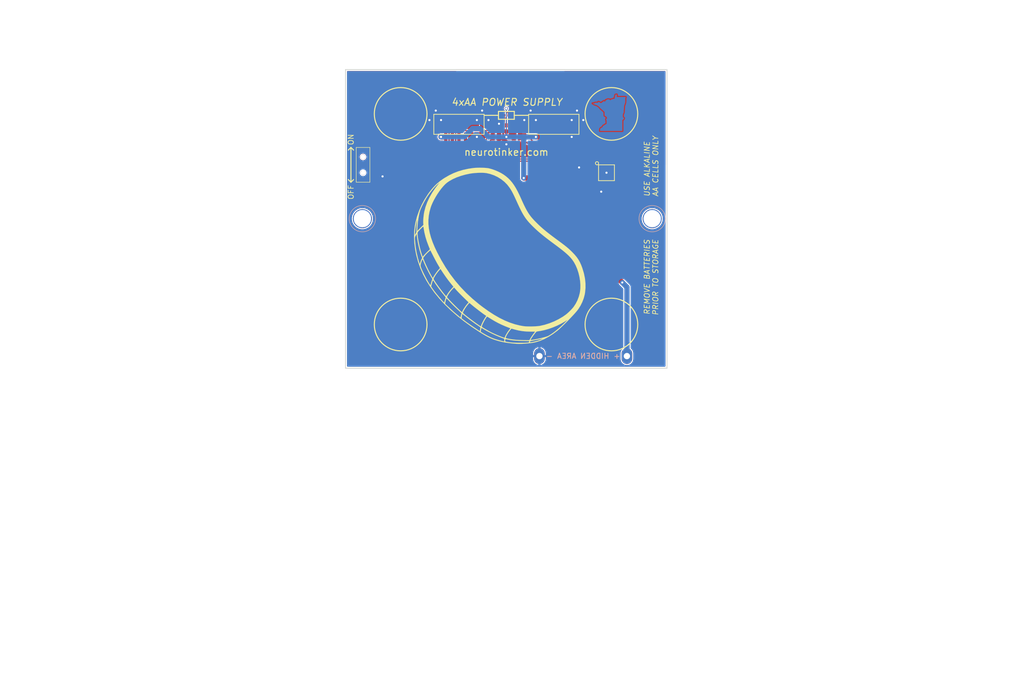
<source format=kicad_pcb>
(kicad_pcb (version 4) (host pcbnew 4.0.7-e2-6376~58~ubuntu14.04.1)
  (title_block (title "NeuroBytes Battery Pack") (date 2017-10-03) (rev F) (company "NeuroTinker, LLC") (comment 1 "(C) 2017 Zach Fredin") (comment 2 "Drawing No. ZF-11268") (comment 3 "License: CC-BY-SA 4.0"))
  (layers (0 F.Cu signal) (31 B.Cu signal) (34 B.Paste user) (35 F.Paste user) (36 B.SilkS user) (37 F.SilkS user) (38 B.Mask user) (39 F.Mask user) (44 Edge.Cuts user))
  (net 0 "")
  (net 1 "Net-(BT1-Pad1)")
  (net 2 GND)
  (net 3 "Net-(D1-Pad1)")
  (net 4 "Net-(P1-Pad3)")
  (net 5 "Net-(P1-Pad4)")
  (net 6 "Net-(P1-Pad2)")
  (net 7 "Net-(C2-Pad1)")
  (net 8 "Net-(SW1-Pad2)")
  (net 9 "Net-(C1-Pad1)")
  (net 10 "Net-(P2-Pad3)")
  (net 11 "Net-(P2-Pad4)")
  (net 12 "Net-(P2-Pad2)")
  (module KiCad_Footprints:ZF_BATT_4xAA_BC4AAPC (layer B.Cu) (at 174.925 64.225)
    (fp_text reference BT1 hide)
    (fp_text value 4xAA hide)
    (fp_text user "HIDDEN AREA" (at 14.65 26) (layer B.SilkS) (effects (justify mirror)))
    (fp_text user + (at 21.05 26) (layer B.SilkS) (effects (justify mirror)))
    (fp_text user - (at 8.25 26) (layer B.SilkS) (effects (justify mirror)))
    (pad 2 thru_hole oval (at 6.35 26) (size 2 3) (drill 1.2) (layers *.Cu *.Mask) (net 2 GND))
    (pad 1 thru_hole oval (at 22.95 26) (size 2 3) (drill 1.2) (layers *.Cu *.Mask) (net 1 "Net-(BT1-Pad1)"))
    (pad "" thru_hole circle (at 27.75 -0.1) (size 3.6 3.6) (drill 3.25) (layers *.Cu *.Mask))
    (pad "" thru_hole circle (at -27.25 -0.1) (size 3.6 3.6) (drill 3.25) (layers *.Cu *.Mask))
  )
  (module KiCad_Footprints:ZF_SMD_NonPol_0402 (layer F.Cu) (at 175 44.5)
    (fp_text reference D1)
    (fp_text value LED hide)
    (pad 1 smd rect (at -0.6 0) (size 0.8 0.5) (layers F.Cu F.Paste F.Mask) (net 3 "Net-(D1-Pad1)"))
    (pad 2 smd rect (at 0.6 0) (size 0.8 0.5) (layers F.Cu F.Paste F.Mask) (net 7 "Net-(C2-Pad1)"))
  )
  (module KiCad_Footprints:ZF_SMD_NonPol_0402 (layer F.Cu) (at 175 47 270)
    (fp_text reference R2)
    (fp_text value 4k7 hide)
    (pad 1 smd rect (at -0.6 0 270) (size 0.8 0.5) (layers F.Cu F.Paste F.Mask) (net 3 "Net-(D1-Pad1)"))
    (pad 2 smd rect (at 0.6 0 270) (size 0.8 0.5) (layers F.Cu F.Paste F.Mask) (net 2 GND))
  )
  (module KiCad_Footprints:ZF_SMD_nonpol_1210 (layer F.Cu) (at 195 70.8 270)
    (fp_text reference F1)
    (fp_text value "500 mA" hide)
    (pad 1 smd rect (at -1.75 0 270) (size 1.5 2.3) (layers F.Cu F.Paste F.Mask) (net 9 "Net-(C1-Pad1)"))
    (pad 2 smd rect (at 1.75 0 270) (size 1.5 2.3) (layers F.Cu F.Paste F.Mask) (net 1 "Net-(BT1-Pad1)"))
  )
  (module KiCad_Footprints:ZF_LOGO_Mitochondria (layer F.Cu) (at 174.5 71)
    (fp_text reference G*** hide)
    (fp_text value LOGO hide)
    (fp_poly (pts (xy -3.432298 -14.36845) (xy -3.365277 -14.364245) (xy -2.974286 -14.295329) (xy -2.592471 -14.146983) (xy -2.240559 -13.932729) (xy -1.939276 -13.666085) (xy -1.70935 -13.360573) (xy -1.648296 -13.244237) (xy -1.606376 -13.149421) (xy -1.575196 -13.0593) (xy -1.553163 -12.957224) (xy -1.538683 -12.826538) (xy -1.530163 -12.650593) (xy -1.526009 -12.412736) (xy -1.524627 -12.096314) (xy -1.524497 -11.9507) (xy -1.523284 -11.639876) (xy -1.520184 -11.366743) (xy -1.515538 -11.146414) (xy -1.509685 -10.994004) (xy -1.502967 -10.924624) (xy -1.501345 -10.922) (xy -1.453395 -10.949631) (xy -1.340263 -11.024675) (xy -1.179349 -11.135359) (xy -1.006045 -11.25714) (xy -0.718341 -11.456769) (xy -0.493333 -11.600843) (xy -0.314566 -11.697505) (xy -0.165584 -11.7549) (xy -0.029932 -11.781169) (xy 0.061476 -11.785411) (xy 0.215539 -11.774324) (xy 0.353948 -11.735116) (xy 0.485624 -11.658438) (xy 0.619488 -11.534937) (xy 0.764461 -11.355265) (xy 0.929465 -11.110069) (xy 1.12342 -10.79) (xy 1.294462 -10.49306) (xy 1.455354 -10.211844) (xy 1.585316 -9.982875) (xy 1.687723 -9.791053) (xy 1.76595 -9.621277) (xy 1.823372 -9.458446) (xy 1.863364 -9.287461) (xy 1.8893 -9.093222) (xy 1.904557 -8.860628) (xy 1.912508 -8.574578) (xy 1.916529 -8.219974) (xy 1.919995 -7.781714) (xy 1.920843 -7.690517) (xy 1.936686 -6.059233) (xy 2.546621 -5.901401) (xy 3.186685 -5.703479) (xy 3.733849 -5.464928) (xy 4.188422 -5.185548) (xy 4.550714 -4.865136) (xy 4.821035 -4.503491) (xy 4.8886 -4.378137) (xy 5.0546 -4.041153) (xy 5.08574 -1.114667) (xy 5.695144 -1.687634) (xy 5.97015 -1.943179) (xy 6.1862 -2.13471) (xy 6.355939 -2.270297) (xy 6.492012 -2.358008) (xy 6.607066 -2.405912) (xy 6.713744 -2.422077) (xy 6.824693 -2.414572) (xy 6.8326 -2.413421) (xy 7.072353 -2.348667) (xy 7.37083 -2.222292) (xy 7.714374 -2.043969) (xy 8.089326 -1.823375) (xy 8.482026 -1.570182) (xy 8.878815 -1.294066) (xy 9.266036 -1.004701) (xy 9.630029 -0.711762) (xy 9.957136 -0.424924) (xy 10.233697 -0.153861) (xy 10.446055 0.091753) (xy 10.522896 0.200445) (xy 10.668 0.426291) (xy 10.668 1.889545) (xy 10.668794 2.263319) (xy 10.67104 2.601844) (xy 10.67453 2.892446) (xy 10.679058 3.122455) (xy 10.684417 3.279197) (xy 10.6904 3.350001) (xy 10.69188 3.3528) (xy 10.745653 3.331371) (xy 10.864584 3.275005) (xy 11.023663 3.195583) (xy 11.03478 3.189914) (xy 11.373156 3.053355) (xy 11.68269 3.000215) (xy 11.954882 3.029243) (xy 12.181229 3.139187) (xy 12.353232 3.328796) (xy 12.386951 3.388907) (xy 12.51594 3.675309) (xy 12.649478 4.025827) (xy 12.775432 4.404356) (xy 12.881667 4.774792) (xy 12.947494 5.056801) (xy 12.978786 5.220928) (xy 13.004797 5.380291) (xy 13.025923 5.545656) (xy 13.042565 5.727789) (xy 13.05512 5.937455) (xy 13.063987 6.185421) (xy 13.069564 6.482453) (xy 13.07225 6.839316) (xy 13.072442 7.266776) (xy 13.07054 7.775599) (xy 13.067454 8.298514) (xy 13.0556 10.120028) (xy 12.6873 10.500069) (xy 12.237636 10.933357) (xy 11.764841 11.324869) (xy 11.249561 11.688242) (xy 10.672442 12.037109) (xy 10.014129 12.385108) (xy 10.005836 12.389245) (xy 9.130654 12.782185) (xy 8.232533 13.102381) (xy 7.325275 13.346877) (xy 6.422677 13.51272) (xy 5.538539 13.596953) (xy 4.686661 13.596622) (xy 4.445 13.580064) (xy 3.528363 13.466661) (xy 2.613456 13.281038) (xy 1.695638 13.020923) (xy 0.770267 12.684046) (xy -0.167298 12.268138) (xy -1.121697 11.770927) (xy -1.1824 11.7348) (xy 6.056862 11.7348) (xy 6.131301 11.721837) (xy 6.282385 11.686432) (xy 6.488998 11.633805) (xy 6.730024 11.569178) (xy 6.76044 11.560813) (xy 7.666161 11.283503) (xy 8.507666 10.969849) (xy 9.279135 10.623063) (xy 9.974744 10.246354) (xy 10.588672 9.842934) (xy 11.115096 9.416011) (xy 11.548194 8.968796) (xy 11.619529 8.881699) (xy 12.000452 8.337118) (xy 12.284712 7.779504) (xy 12.477223 7.198119) (xy 12.54766 6.852744) (xy 12.574151 6.627604) (xy 12.572135 6.421451) (xy 12.536679 6.210665) (xy 12.46285 5.971622) (xy 12.345712 5.680703) (xy 12.264777 5.498272) (xy 12.153665 5.267064) (xy 12.059585 5.115591) (xy 11.965867 5.027742) (xy 11.855843 4.987402) (xy 11.726971 4.9784) (xy 11.572387 4.991273) (xy 11.400561 5.03272) (xy 11.204302 5.106979) (xy 10.976423 5.21829) (xy 10.709733 5.370891) (xy 10.397044 5.569023) (xy 10.031166 5.816923) (xy 9.604911 6.118832) (xy 9.111089 6.478988) (xy 8.833277 6.684699) (xy 8.504268 6.928331) (xy 8.195646 7.155008) (xy 7.918312 7.356865) (xy 7.683164 7.526041) (xy 7.501102 7.654672) (xy 7.383025 7.734896) (xy 7.34778 7.756342) (xy 7.20256 7.831517) (xy 7.331848 7.967058) (xy 7.437071 8.101827) (xy 7.513361 8.240932) (xy 7.515168 8.245607) (xy 7.539392 8.365641) (xy 7.556686 8.564003) (xy 7.567242 8.818458) (xy 7.571253 9.106767) (xy 7.568914 9.406697) (xy 7.560416 9.69601) (xy 7.545953 9.952471) (xy 7.525719 10.153843) (xy 7.499907 10.27789) (xy 7.497452 10.284179) (xy 7.404639 10.436189) (xy 7.237876 10.634423) (xy 7.007499 10.868368) (xy 6.723842 11.127513) (xy 6.406216 11.394106) (xy 6.242308 11.531447) (xy 6.121813 11.642297) (xy 6.057683 11.714024) (xy 6.056862 11.7348) (xy -1.1824 11.7348) (xy -2.097572 11.190144) (xy -3.099565 10.523519) (xy -3.377952 10.320072) (xy 0.276964 10.320072) (xy 0.288576 10.445322) (xy 0.395125 10.579045) (xy 0.591092 10.714523) (xy 0.609546 10.724735) (xy 0.859588 10.808844) (xy 1.131442 10.798487) (xy 1.429109 10.693026) (xy 1.661871 10.557709) (xy 1.830588 10.435598) (xy 2.047007 10.264551) (xy 2.285264 10.065708) (xy 2.519497 9.860208) (xy 2.558146 9.825136) (xy 2.960971 9.458336) (xy 3.299621 9.153351) (xy 3.584546 8.903046) (xy 3.826196 8.70029) (xy 4.035024 8.53795) (xy 4.221478 8.408895) (xy 4.396011 8.30599) (xy 4.569071 8.222104) (xy 4.751111 8.150105) (xy 4.952579 8.08286) (xy 5.183928 8.013236) (xy 5.234709 7.998396) (xy 5.894604 7.806) (xy 5.89103 6.496728) (xy 5.890382 6.094778) (xy 5.891529 5.780438) (xy 5.895421 5.539721) (xy 5.903007 5.358641) (xy 5.915236 5.223211) (xy 5.933057 5.119443) (xy 5.95742 5.033352) (xy 5.989273 4.950951) (xy 5.997191 4.932369) (xy 6.154788 4.671097) (xy 6.390921 4.417315) (xy 6.68347 4.192311) (xy 6.889673 4.073455) (xy 7.085915 3.96381) (xy 7.312446 3.821919) (xy 7.5184 3.679799) (xy 7.716757 3.521205) (xy 7.964129 3.303973) (xy 8.242446 3.045771) (xy 8.533641 2.764267) (xy 8.819647 2.477127) (xy 9.082394 2.202022) (xy 9.303814 1.956617) (xy 9.410114 1.829989) (xy 9.71647 1.450179) (xy 9.3242 1.080134) (xy 9.042178 0.833859) (xy 8.717046 0.582623) (xy 8.366266 0.337149) (xy 8.007303 0.108161) (xy 7.657618 -0.093619) (xy 7.334675 -0.257466) (xy 7.055937 -0.372658) (xy 6.877323 -0.42242) (xy 6.822277 -0.428748) (xy 6.765228 -0.422462) (xy 6.698583 -0.397357) (xy 6.614743 -0.347223) (xy 6.506113 -0.265855) (xy 6.365098 -0.147045) (xy 6.1841 0.015416) (xy 5.955525 0.227735) (xy 5.671775 0.496118) (xy 5.325256 0.826775) (xy 5.188123 0.957997) (xy 4.909364 1.224779) (xy 4.640978 1.481502) (xy 4.395866 1.715836) (xy 4.186931 1.915449) (xy 4.027073 2.068011) (xy 3.937 2.153781) (xy 3.806101 2.278839) (xy 3.7457 2.341116) (xy 3.752577 2.347746) (xy 3.82351 2.305862) (xy 3.8862 2.26629) (xy 4.218759 2.092615) (xy 4.527055 2.012573) (xy 4.823091 2.024893) (xy 5.118868 2.128301) (xy 5.1308 2.134282) (xy 5.276513 2.215606) (xy 5.390673 2.303248) (xy 5.476696 2.409962) (xy 5.537999 2.548505) (xy 5.577998 2.731632) (xy 5.600111 2.9721) (xy 5.607753 3.282664) (xy 5.604342 3.676079) (xy 5.600051 3.8862) (xy 5.574826 5.0038) (xy 2.941956 7.611332) (xy 2.511529 8.038549) (xy 2.102124 8.446708) (xy 1.719518 8.82994) (xy 1.369486 9.182372) (xy 1.057805 9.498136) (xy 0.790249 9.77136) (xy 0.572595 9.996173) (xy 0.410619 10.166706) (xy 0.310095 10.277087) (xy 0.276964 10.320072) (xy -3.377952 10.320072) (xy -4.132315 9.768781) (xy -5.200466 8.923659) (xy -5.3848 8.771752) (xy -5.682907 8.515334) (xy -6.030653 8.20058) (xy -6.413731 7.841705) (xy -6.817834 7.452925) (xy -7.228653 7.048452) (xy -7.63188 6.642503) (xy -8.013207 6.24929) (xy -8.358328 5.883029) (xy -8.652933 5.557933) (xy -8.845158 5.334) (xy -8.915957 5.24396) (xy -6.518738 5.24396) (xy -6.517462 5.245803) (xy -6.026935 5.867227) (xy -5.558764 6.39082) (xy -5.11181 6.817597) (xy -4.684933 7.148573) (xy -4.276996 7.384762) (xy -3.990487 7.497917) (xy -3.765252 7.542613) (xy -3.480459 7.5626) (xy -3.175016 7.558194) (xy -2.887836 7.529712) (xy -2.688921 7.487334) (xy -2.511391 7.430286) (xy -2.338283 7.363798) (xy -2.163083 7.282939) (xy -1.979276 7.182773) (xy -1.780348 7.058369) (xy -1.559783 6.904791) (xy -1.311069 6.717108) (xy -1.027689 6.490385) (xy -0.70313 6.219688) (xy -0.330877 5.900086) (xy 0.095585 5.526643) (xy 0.582771 5.094427) (xy 1.137193 4.598504) (xy 1.199183 4.542886) (xy 1.567065 4.212663) (xy 1.86365 3.945819) (xy 2.093222 3.737838) (xy 2.260063 3.584202) (xy 2.368458 3.480391) (xy 2.42269 3.421889) (xy 2.427042 3.404178) (xy 2.385798 3.422739) (xy 2.303242 3.473055) (xy 2.183657 3.550608) (xy 2.067507 3.627051) (xy 1.505885 3.956039) (xy 0.937983 4.210057) (xy 0.378249 4.384001) (xy -0.15887 4.472767) (xy -0.3556 4.483132) (xy -0.692171 4.469549) (xy -0.950509 4.411345) (xy -1.145808 4.303828) (xy -1.242938 4.209111) (xy -1.287144 4.154107) (xy -1.319851 4.098961) (xy -1.342792 4.028303) (xy -1.357697 3.926764) (xy -1.3663 3.778974) (xy -1.370332 3.569563) (xy -1.371526 3.283164) (xy -1.3716 3.067478) (xy -1.370107 2.686958) (xy -1.361808 2.389775) (xy -1.340975 2.15767) (xy -1.301882 1.972386) (xy -1.238801 1.815664) (xy -1.146003 1.669248) (xy -1.017762 1.514879) (xy -0.84835 1.334299) (xy -0.817997 1.302746) (xy -0.668145 1.153105) (xy -0.504439 1.002743) (xy -0.318188 0.845262) (xy -0.1007 0.674269) (xy 0.156717 0.483367) (xy 0.462755 0.266162) (xy 0.826106 0.016257) (xy 1.25546 -0.272742) (xy 1.75951 -0.607231) (xy 1.93509 -0.723001) (xy 2.294195 -0.960893) (xy 2.634295 -1.188852) (xy 2.943985 -1.399034) (xy 3.21186 -1.583594) (xy 3.426512 -1.734687) (xy 3.576538 -1.844469) (xy 3.642328 -1.897247) (xy 3.759665 -2.023402) (xy 3.903463 -2.2073) (xy 4.050355 -2.41814) (xy 4.116869 -2.522748) (xy 4.387462 -2.963995) (xy 4.178542 -3.149395) (xy 3.844959 -3.392047) (xy 3.420103 -3.611568) (xy 2.912391 -3.804422) (xy 2.330243 -3.967074) (xy 2.11807 -4.014611) (xy 1.779307 -4.074089) (xy 1.458874 -4.101711) (xy 1.145179 -4.094042) (xy 0.826629 -4.04765) (xy 0.491631 -3.959101) (xy 0.128595 -3.824964) (xy -0.274074 -3.641805) (xy -0.727967 -3.406191) (xy -1.244676 -3.114688) (xy -1.572762 -2.921607) (xy -1.864618 -2.749216) (xy -2.162232 -2.575795) (xy -2.440143 -2.416019) (xy -2.672891 -2.284564) (xy -2.78698 -2.221753) (xy -3.211759 -1.991877) (xy -2.38058 -1.973409) (xy -2.061113 -1.964924) (xy -1.824156 -1.95421) (xy -1.650619 -1.938909) (xy -1.521411 -1.91666) (xy -1.417442 -1.885106) (xy -1.3208 -1.842469) (xy -1.201396 -1.780708) (xy -1.11068 -1.718833) (xy -1.044873 -1.64269) (xy -1.0002 -1.538122) (xy -0.972882 -1.390971) (xy -0.959144 -1.187083) (xy -0.955207 -0.912301) (xy -0.957296 -0.552468) (xy -0.95797 -0.4826) (xy -0.967955 0.5334) (xy -1.131678 0.67861) (xy -1.210401 0.743009) (xy -1.359796 0.860103) (xy -1.569188 1.021718) (xy -1.827903 1.219679) (xy -2.125264 1.445812) (xy -2.450596 1.691943) (xy -2.7178 1.893219) (xy -3.181057 2.242011) (xy -3.573828 2.539122) (xy -3.907246 2.793382) (xy -4.192442 3.013618) (xy -4.440547 3.208659) (xy -4.662694 3.387334) (xy -4.870012 3.558472) (xy -5.073635 3.7309) (xy -5.284693 3.913447) (xy -5.471333 4.077069) (xy -5.792035 4.367368) (xy -6.062067 4.628037) (xy -6.275592 4.852553) (xy -6.426771 5.034394) (xy -6.509766 5.167038) (xy -6.518738 5.24396) (xy -8.915957 5.24396) (xy -9.813183 4.102901) (xy -10.701851 2.839592) (xy -11.523208 1.525567) (xy -12.289302 0.14232) (xy -12.525671 -0.3198) (xy -13.004801 -1.2746) (xy -13.004792 -1.306309) (xy -10.173682 -1.306309) (xy -10.109234 -0.945255) (xy -9.989126 -0.398687) (xy -9.831889 0.117918) (xy -9.644496 0.587483) (xy -9.433922 0.992931) (xy -9.20714 1.317186) (xy -9.165959 1.364697) (xy -9.027581 1.510229) (xy -8.921653 1.583983) (xy -8.816402 1.592907) (xy -8.680054 1.543948) (xy -8.57739 1.493388) (xy -8.434102 1.405329) (xy -8.238768 1.259549) (xy -7.987667 1.052891) (xy -7.677075 0.782198) (xy -7.303268 0.444312) (xy -6.897877 0.069104) (xy -6.617931 -0.190096) (xy -6.335606 -0.447618) (xy -6.068056 -0.688098) (xy -5.832435 -0.896169) (xy -5.645898 -1.056467) (xy -5.584002 -1.107734) (xy -5.170049 -1.444376) (xy -5.493325 -1.504481) (xy -5.898075 -1.604011) (xy -6.245689 -1.738623) (xy -6.523588 -1.901703) (xy -6.719195 -2.086641) (xy -6.779915 -2.180754) (xy -6.807737 -2.259983) (xy -6.828721 -2.384217) (xy -6.843786 -2.5663) (xy -6.853851 -2.819077) (xy -6.859837 -3.155394) (xy -6.861304 -3.317497) (xy -6.861542 -3.628114) (xy -6.857958 -3.905989) (xy -6.851076 -4.134327) (xy -6.841419 -4.296334) (xy -6.829512 -4.375216) (xy -6.828228 -4.377869) (xy -6.840584 -4.384546) (xy -6.912916 -4.334987) (xy -7.013486 -4.253349) (xy -7.218409 -4.083518) (xy -7.439549 -3.90971) (xy -7.694297 -3.718885) (xy -8.000049 -3.498002) (xy -8.3566 -3.246339) (xy -8.776819 -2.932651) (xy -9.161033 -2.607867) (xy -9.496127 -2.284858) (xy -9.768984 -1.976497) (xy -9.966486 -1.695654) (xy -10.002654 -1.631055) (xy -10.173682 -1.306309) (xy -13.004792 -1.306309) (xy -13.00392 -4.079) (xy -13.002845 -4.621012) (xy -13.000081 -5.146352) (xy -12.995801 -5.643647) (xy -12.990182 -6.10152) (xy -12.983398 -6.508596) (xy -12.982601 -6.543994) (xy -12.355007 -6.543994) (xy -12.315282 -6.31465) (xy -12.210824 -6.11319) (xy -12.075126 -5.951849) (xy -11.801837 -5.730954) (xy -11.501717 -5.604197) (xy -11.185711 -5.573555) (xy -10.864762 -5.641009) (xy -10.7171 -5.706238) (xy -10.479984 -5.843965) (xy -10.217193 -6.026057) (xy -9.920751 -6.259106) (xy -9.582683 -6.549699) (xy -9.195012 -6.904426) (xy -8.749764 -7.329876) (xy -8.73866 -7.340664) (xy -8.380927 -7.684947) (xy -8.083308 -7.962813) (xy -7.836252 -8.181802) (xy -7.630209 -8.349453) (xy -7.455628 -8.473306) (xy -7.302961 -8.5609) (xy -7.162656 -8.619776) (xy -7.090579 -8.641769) (xy -6.784614 -8.674855) (xy -6.490672 -8.610447) (xy -6.217869 -8.452608) (xy -5.975319 -8.205402) (xy -5.910713 -8.115756) (xy -5.750826 -7.878127) (xy -5.774629 -6.821964) (xy -5.783054 -6.467513) (xy -5.791504 -6.198539) (xy -5.801963 -5.99894) (xy -5.816411 -5.852611) (xy -5.836833 -5.743449) (xy -5.86521 -5.65535) (xy -5.903525 -5.572212) (xy -5.936059 -5.51068) (xy -6.073685 -5.255559) (xy -5.665743 -5.50238) (xy -5.42989 -5.63982) (xy -5.150069 -5.79508) (xy -4.873881 -5.941964) (xy -4.7752 -5.992446) (xy -4.468162 -6.14424) (xy -4.157374 -6.291294) (xy -3.830911 -6.438557) (xy -3.476848 -6.590981) (xy -3.083259 -6.753517) (xy -2.638219 -6.931114) (xy -2.129803 -7.128724) (xy -1.546085 -7.351297) (xy -1.0668 -7.53192) (xy -0.598186 -7.712569) (xy -0.157868 -7.891426) (xy 0.240705 -8.062525) (xy 0.584088 -8.2199) (xy 0.858831 -8.357584) (xy 1.05149 -8.469612) (xy 1.061021 -8.475978) (xy 1.0839 -8.514195) (xy 1.071589 -8.586759) (xy 1.018332 -8.70868) (xy 0.91837 -8.894968) (xy 0.862463 -8.993587) (xy 0.677841 -9.303585) (xy 0.524651 -9.52988) (xy 0.394312 -9.682162) (xy 0.27825 -9.770118) (xy 0.167884 -9.803438) (xy 0.144614 -9.8044) (xy 0.067033 -9.799888) (xy -0.013312 -9.781775) (xy -0.108359 -9.7432) (xy -0.230043 -9.677304) (xy -0.390301 -9.577223) (xy -0.60107 -9.436097) (xy -0.874286 -9.247064) (xy -1.099734 -9.089131) (xy -1.426074 -8.86243) (xy -1.705086 -8.676351) (xy -1.957519 -8.519856) (xy -2.204121 -8.381907) (xy -2.46564 -8.251463) (xy -2.762826 -8.117486) (xy -3.116425 -7.968936) (xy -3.487741 -7.818593) (xy -3.90449 -7.656581) (xy -4.241361 -7.53833) (xy -4.509136 -7.461734) (xy -4.718596 -7.424692) (xy -4.880524 -7.4251) (xy -5.005699 -7.460855) (xy -5.08 -7.508015) (xy -5.207 -7.610904) (xy -5.224221 -8.688291) (xy -5.227893 -9.020288) (xy -5.22824 -9.327687) (xy -5.225483 -9.5924) (xy -5.219842 -9.796337) (xy -5.211536 -9.92141) (xy -5.209016 -9.938525) (xy -5.156911 -10.09762) (xy -5.056124 -10.246425) (xy -4.895765 -10.394241) (xy -4.664941 -10.550365) (xy -4.352764 -10.724099) (xy -4.194874 -10.804503) (xy -3.777394 -11.016843) (xy -3.434628 -11.200886) (xy -3.147642 -11.367736) (xy -2.8975 -11.528494) (xy -2.665267 -11.694266) (xy -2.622658 -11.726444) (xy -2.324315 -11.953546) (xy -2.444858 -12.045471) (xy -2.606144 -12.139715) (xy -2.829651 -12.234762) (xy -3.077025 -12.317647) (xy -3.309913 -12.375403) (xy -3.4794 -12.395201) (xy -3.653593 -12.383133) (xy -3.8084 -12.353181) (xy -3.837652 -12.343545) (xy -3.902162 -12.297869) (xy -4.030766 -12.188535) (xy -4.215195 -12.023202) (xy -4.447179 -11.809529) (xy -4.718449 -11.555173) (xy -5.020735 -11.267795) (xy -5.345768 -10.955052) (xy -5.530059 -10.776153) (xy -6.030287 -10.289882) (xy -6.465348 -9.868963) (xy -6.842073 -9.507059) (xy -7.167291 -9.197832) (xy -7.44783 -8.934945) (xy -7.690519 -8.712062) (xy -7.902188 -8.522845) (xy -8.089665 -8.360956) (xy -8.25978 -8.220059) (xy -8.419361 -8.093817) (xy -8.426727 -8.08813) (xy -8.60716 -7.951764) (xy -8.736153 -7.867005) (xy -8.841537 -7.821908) (xy -8.95114 -7.804529) (xy -9.091259 -7.8029) (xy -9.440239 -7.845503) (xy -9.770026 -7.955954) (xy -10.048592 -8.122395) (xy -10.119674 -8.183635) (xy -10.3124 -8.366269) (xy -10.3124 -9.241968) (xy -10.315012 -9.553715) (xy -10.322418 -9.806129) (xy -10.333974 -9.987514) (xy -10.349035 -10.086177) (xy -10.359698 -10.100734) (xy -10.442534 -10.051473) (xy -10.580864 -9.949256) (xy -10.755582 -9.810101) (xy -10.947583 -9.650026) (xy -11.13776 -9.48505) (xy -11.307009 -9.331192) (xy -11.436224 -9.204469) (xy -11.462685 -9.175968) (xy -11.729128 -8.81289) (xy -11.95596 -8.363927) (xy -12.1398 -7.838116) (xy -12.277268 -7.244492) (xy -12.339418 -6.8326) (xy -12.355007 -6.543994) (xy -12.982601 -6.543994) (xy -12.975625 -6.853502) (xy -12.967036 -7.124862) (xy -12.957809 -7.3113) (xy -12.953337 -7.366) (xy -12.886949 -7.877266) (xy -12.793381 -8.406656) (xy -12.678092 -8.932504) (xy -12.546543 -9.433146) (xy -12.404193 -9.886916) (xy -12.256502 -10.27215) (xy -12.178797 -10.4394) (xy -12.022622 -10.686039) (xy -11.788138 -10.970494) (xy -11.48713 -11.283613) (xy -11.131381 -11.616248) (xy -10.732676 -11.959247) (xy -10.3028 -12.303461) (xy -9.853536 -12.639739) (xy -9.396669 -12.95893) (xy -8.943983 -13.251885) (xy -8.507263 -13.509454) (xy -8.098292 -13.722485) (xy -7.761339 -13.869477) (xy -7.420277 -13.978132) (xy -7.12454 -14.02588) (xy -6.884495 -14.012559) (xy -6.71051 -13.938004) (xy -6.658488 -13.88695) (xy -6.620144 -13.831256) (xy -6.592397 -13.765667) (xy -6.57355 -13.673824) (xy -6.561909 -13.53937) (xy -6.555779 -13.345943) (xy -6.553464 -13.077186) (xy -6.5532 -12.87095) (xy -6.551202 -12.584343) (xy -6.545657 -12.336633) (xy -6.537246 -12.144139) (xy -6.526647 -12.023182) (xy -6.516525 -11.9888) (xy -6.472864 -12.023333) (xy -6.36631 -12.121226) (xy -6.205736 -12.273925) (xy -6.000017 -12.472876) (xy -5.758028 -12.709522) (xy -5.488641 -12.975309) (xy -5.335425 -13.127422) (xy -4.996793 -13.463679) (xy -4.719527 -13.734957) (xy -4.492975 -13.947945) (xy -4.306484 -14.109329) (xy -4.149402 -14.225797) (xy -4.011077 -14.304036) (xy -3.880856 -14.350734) (xy -3.748088 -14.372577) (xy -3.602119 -14.376253) (xy -3.432298 -14.36845)) (layer F.Cu) (width 0.01))
  )
  (module KiCad_Footprints:ZF_SMD_NonPol_0603 (layer F.Cu) (at 194 58 180)
    (fp_text reference C1)
    (fp_text value 1u hide)
    (pad 1 smd rect (at -1 0 180) (size 1 1.2) (layers F.Cu F.Paste F.Mask) (net 9 "Net-(C1-Pad1)"))
    (pad 2 smd rect (at 1 0 180) (size 1 1.2) (layers F.Cu F.Paste F.Mask) (net 2 GND))
  )
  (module KiCad_Footprints:ZF_SMD_NonPol_0603 (layer F.Cu) (at 190 55.4 90)
    (fp_text reference C2)
    (fp_text value 1u hide)
    (pad 1 smd rect (at -1 0 90) (size 1 1.2) (layers F.Cu F.Paste F.Mask) (net 7 "Net-(C2-Pad1)"))
    (pad 2 smd rect (at 1 0 90) (size 1 1.2) (layers F.Cu F.Paste F.Mask) (net 2 GND))
  )
  (module KiCad_Footprints:ZF_IC_DFN6_3x3 (layer F.Cu) (at 194 55.4 270)
    (fp_text reference U1)
    (fp_text value LDL212_LDO hide)
    (pad 1 smd rect (at -0.95 1.8 270) (size 0.45 1.5) (layers F.Cu F.Paste F.Mask) (net 2 GND))
    (pad 2 smd rect (at 0 1.8 270) (size 0.45 1.5) (layers F.Cu F.Paste F.Mask) (net 7 "Net-(C2-Pad1)"))
    (pad 3 smd rect (at 0.95 1.8 270) (size 0.45 1.5) (layers F.Cu F.Paste F.Mask) (net 7 "Net-(C2-Pad1)"))
    (pad 4 smd rect (at 0.95 -1.8 270) (size 0.45 1.5) (layers F.Cu F.Paste F.Mask) (net 9 "Net-(C1-Pad1)"))
    (pad 5 smd rect (at 0 -1.8 270) (size 0.45 1.5) (layers F.Cu F.Paste F.Mask))
    (pad 6 smd rect (at -0.95 -1.8 270) (size 0.45 1.5) (layers F.Cu F.Paste F.Mask) (net 8 "Net-(SW1-Pad2)"))
    (pad 1 smd rect (at 0 0 270) (size 2.5 1.75) (layers F.Cu F.Paste F.Mask) (net 2 GND))
  )
  (module KiCad_Footprints:ZF_LOGO_OSHW (layer B.Cu) (at 155 83.85 180)
    (fp_text reference G*** hide)
    (fp_text value LOGO hide)
  )
  (module KiCad_Footprints:ZF_LOGO_MN (layer B.Cu) (at 194.5 44 180)
    (fp_text reference G*** hide)
    (fp_text value LOGO hide)
    (fp_poly (pts (xy -1.441788 3.456715) (xy -1.430357 3.451566) (xy -1.41543 3.444095) (xy -1.406524 3.439373) (xy -1.370902 3.420112) (xy -1.33421 3.430907) (xy -1.317279 3.435719) (xy -1.303144 3.439427) (xy -1.29398 3.441472) (xy -1.292084 3.441701) (xy -1.286658 3.43945) (xy -1.275796 3.433308) (xy -1.261033 3.424191) (xy -1.243903 3.413017) (xy -1.242484 3.412067) (xy -1.22317 3.399689) (xy -1.206482 3.390106) (xy -1.193894 3.384113) (xy -1.187592 3.382433) (xy -1.180244 3.381876) (xy -1.177422 3.378806) (xy -1.178389 3.371123) (xy -1.180679 3.362738) (xy -1.181543 3.356203) (xy -1.181221 3.345905) (xy -1.179592 3.330966) (xy -1.17654 3.31051) (xy -1.171946 3.283658) (xy -1.165691 3.249533) (xy -1.164673 3.244108) (xy -1.158322 3.210777) (xy -1.153123 3.184706) (xy -1.148796 3.164813) (xy -1.14506 3.150015) (xy -1.141634 3.139228) (xy -1.138237 3.13137) (xy -1.134587 3.125357) (xy -1.133487 3.123862) (xy -1.129709 3.118053) (xy -1.126101 3.110319) (xy -1.122382 3.099633) (xy -1.118268 3.084967) (xy -1.113476 3.065295) (xy -1.107724 3.03959) (xy -1.10073 3.006825) (xy -1.098971 2.998442) (xy -1.088142 2.944079) (xy -1.079949 2.89702) (xy -1.074403 2.85739) (xy -1.071516 2.825312) (xy -1.071301 2.800913) (xy -1.07377 2.784315) (xy -1.077508 2.776929) (xy -1.081253 2.772173) (xy -1.082968 2.767002) (xy -1.082684 2.759244) (xy -1.080435 2.746728) (xy -1.078124 2.735886) (xy -1.071745 2.713807) (xy -1.062432 2.69582) (xy -1.048922 2.680589) (xy -1.029953 2.66678) (xy -1.004261 2.653057) (xy -0.996276 2.649316) (xy -0.979485 2.641076) (xy -0.965772 2.633333) (xy -0.956895 2.62714) (xy -0.954514 2.624343) (xy -0.951365 2.620797) (xy -0.943583 2.617958) (xy -0.929852 2.61549) (xy -0.911152 2.613291) (xy -0.892205 2.611425) (xy -0.879823 2.610676) (xy -0.872151 2.611261) (xy -0.867336 2.613393) (xy -0.863523 2.617289) (xy -0.862189 2.618974) (xy -0.858167 2.623397) (xy -0.85322 2.626274) (xy -0.845575 2.627938) (xy -0.833459 2.628727) (xy -0.815097 2.628976) (xy -0.809272 2.628993) (xy -0.788924 2.628907) (xy -0.774475 2.628189) (xy -0.763362 2.626302) (xy -0.753017 2.622707) (xy -0.740875 2.616865) (xy -0.733704 2.613131) (xy -0.717938 2.604437) (xy -0.707594 2.597093) (xy -0.700393 2.58893) (xy -0.694059 2.577776) (xy -0.691877 2.573294) (xy -0.680463 2.549413) (xy -0.631273 2.546569) (xy -0.611181 2.54536) (xy -0.584974 2.543713) (xy -0.554981 2.541779) (xy -0.523533 2.539708) (xy -0.493184 2.537666) (xy -0.466306 2.535852) (xy -0.442062 2.534253) (xy -0.421808 2.532952) (xy -0.4069 2.532038) (xy -0.398694 2.531597) (xy -0.397766 2.53157) (xy -0.392672 2.52799) (xy -0.385204 2.518373) (xy -0.376591 2.504344) (xy -0.374966 2.501387) (xy -0.358683 2.47124) (xy -0.363158 2.439353) (xy -0.365282 2.423003) (xy -0.365821 2.412798) (xy -0.364512 2.406524) (xy -0.361092 2.401964) (xy -0.358441 2.399576) (xy -0.352271 2.39548) (xy -0.344361 2.393422) (xy -0.332367 2.393073) (xy -0.3175 2.393855) (xy -0.301789 2.394927) (xy -0.280076 2.396406) (xy -0.254808 2.398125) (xy -0.22843 2.399919) (xy -0.218017 2.400626) (xy -0.186525 2.403119) (xy -0.161543 2.405984) (xy -0.141115 2.409517) (xy -0.123286 2.414012) (xy -0.117611 2.415767) (xy -0.101636 2.421124) (xy -0.091264 2.426076) (xy -0.085141 2.43255) (xy -0.081913 2.442473) (xy -0.080227 2.457773) (xy -0.079403 2.47015) (xy -0.078257 2.480204) (xy -0.07503 2.486197) (xy -0.067567 2.490453) (xy -0.05715 2.494152) (xy -0.040266 2.498518) (xy -0.022623 2.501203) (xy -0.016555 2.501561) (xy -0.003736 2.502586) (xy 0.003432 2.505852) (xy 0.007283 2.511578) (xy 0.011574 2.517073) (xy 0.020042 2.522208) (xy 0.034169 2.527716) (xy 0.050072 2.532745) (xy 0.078548 2.5403) (xy 0.1006 2.543804) (xy 0.117234 2.543271) (xy 0.129453 2.538716) (xy 0.135159 2.533977) (xy 0.144794 2.523721) (xy 0.239297 2.526157) (xy 0.3338 2.528592) (xy 0.335175 2.515045) (xy 0.335848 2.51061) (xy 0.337503 2.506725) (xy 0.341086 2.50283) (xy 0.347542 2.498365) (xy 0.357818 2.49277) (xy 0.372858 2.485487) (xy 0.393608 2.475956) (xy 0.421013 2.463617) (xy 0.425449 2.461627) (xy 0.514349 2.421757) (xy 0.551141 2.421612) (xy 0.567901 2.421205) (xy 0.581151 2.420243) (xy 0.588831 2.418903) (xy 0.589887 2.418292) (xy 0.591632 2.412509) (xy 0.593809 2.401504) (xy 0.594803 2.395333) (xy 0.597764 2.375549) (xy 0.577223 2.372775) (xy 0.558198 2.369822) (xy 0.54577 2.366429) (xy 0.538096 2.361504) (xy 0.533333 2.353953) (xy 0.53028 2.344946) (xy 0.527283 2.332649) (xy 0.527536 2.324726) (xy 0.531296 2.317628) (xy 0.53237 2.316158) (xy 0.541042 2.308315) (xy 0.553606 2.300918) (xy 0.557903 2.299051) (xy 0.5657 2.296286) (xy 0.57324 2.294646) (xy 0.582276 2.294135) (xy 0.594562 2.294755) (xy 0.611849 2.29651) (xy 0.634037 2.299172) (xy 0.692149 2.306339) (xy 0.733785 2.265431) (xy 0.718799 2.210071) (xy 0.760009 2.124211) (xy 0.772043 2.099265) (xy 0.782965 2.076864) (xy 0.792212 2.058145) (xy 0.799219 2.044247) (xy 0.803421 2.036306) (xy 0.804279 2.034942) (xy 0.808857 2.035313) (xy 0.819157 2.038191) (xy 0.833094 2.042813) (xy 0.848579 2.048417) (xy 0.863526 2.054239) (xy 0.875847 2.059518) (xy 0.883457 2.063489) (xy 0.88443 2.064236) (xy 0.883188 2.068126) (xy 0.877722 2.075205) (xy 0.877538 2.075409) (xy 0.872119 2.08464) (xy 0.866514 2.099623) (xy 0.861759 2.117503) (xy 0.854654 2.150088) (xy 0.870769 2.171236) (xy 0.881075 2.183833) (xy 0.889635 2.190393) (xy 0.899297 2.191822) (xy 0.912907 2.189025) (xy 0.920085 2.186929) (xy 0.931324 2.183892) (xy 0.939629 2.183417) (xy 0.948255 2.186009) (xy 0.960454 2.192171) (xy 0.963091 2.193597) (xy 0.975052 2.199424) (xy 0.983451 2.202271) (xy 0.986366 2.201651) (xy 0.990476 2.199256) (xy 1.002383 2.197716) (xy 1.021453 2.197107) (xy 1.024094 2.1971) (xy 1.061822 2.1971) (xy 1.064604 2.180635) (xy 1.067118 2.170209) (xy 1.071817 2.164316) (xy 1.081313 2.160323) (xy 1.086143 2.158918) (xy 1.095165 2.156176) (xy 1.100905 2.152916) (xy 1.103835 2.147492) (xy 1.104426 2.138263) (xy 1.103153 2.123584) (xy 1.101111 2.106843) (xy 1.099642 2.092792) (xy 1.100186 2.084203) (xy 1.10353 2.078161) (xy 1.110459 2.07175) (xy 1.110605 2.071627) (xy 1.122822 2.064059) (xy 1.133086 2.06354) (xy 1.140552 2.064062) (xy 1.142911 2.059013) (xy 1.142992 2.056422) (xy 1.143614 2.051048) (xy 1.146835 2.048346) (xy 1.154668 2.047631) (xy 1.167333 2.048118) (xy 1.191683 2.04942) (xy 1.215455 2.01129) (xy 1.236517 2.013785) (xy 1.25023 2.014734) (xy 1.259121 2.012986) (xy 1.266611 2.00778) (xy 1.26758 2.006885) (xy 1.275623 2.000813) (xy 1.283779 1.999722) (xy 1.292745 2.001678) (xy 1.306068 2.003541) (xy 1.31906 2.002491) (xy 1.329518 1.999133) (xy 1.335239 1.994075) (xy 1.335297 1.989965) (xy 1.330781 1.977296) (xy 1.33057 1.970584) (xy 1.334649 1.968506) (xy 1.335042 1.9685) (xy 1.340995 1.964728) (xy 1.344356 1.956858) (xy 1.346862 1.946216) (xy 1.348631 1.93968) (xy 1.34787 1.932805) (xy 1.343938 1.921925) (xy 1.341533 1.916851) (xy 1.336453 1.90647) (xy 1.335264 1.901965) (xy 1.337853 1.901755) (xy 1.340514 1.90276) (xy 1.353286 1.907461) (xy 1.360189 1.908158) (xy 1.362866 1.90475) (xy 1.363133 1.901365) (xy 1.364165 1.89537) (xy 1.368903 1.894913) (xy 1.373992 1.896638) (xy 1.385052 1.900148) (xy 1.390724 1.899262) (xy 1.393186 1.89338) (xy 1.39353 1.891242) (xy 1.395192 1.885613) (xy 1.399592 1.88301) (xy 1.409016 1.882589) (xy 1.41605 1.882917) (xy 1.432517 1.884164) (xy 1.448552 1.885857) (xy 1.453211 1.886485) (xy 1.469206 1.888852) (xy 1.458682 1.865055) (xy 1.453385 1.851442) (xy 1.450343 1.840321) (xy 1.450096 1.835029) (xy 1.453179 1.825176) (xy 1.454129 1.822156) (xy 1.456361 1.819343) (xy 1.461399 1.819651) (xy 1.470763 1.823499) (xy 1.484683 1.830623) (xy 1.508367 1.84116) (xy 1.528603 1.846039) (xy 1.544583 1.845212) (xy 1.555497 1.838628) (xy 1.557866 1.83515) (xy 1.563144 1.82746) (xy 1.567222 1.824567) (xy 1.572673 1.826355) (xy 1.583224 1.831015) (xy 1.595081 1.836789) (xy 1.61975 1.846381) (xy 1.652486 1.854323) (xy 1.665524 1.856654) (xy 1.711798 1.864298) (xy 1.77256 1.918513) (xy 1.795763 1.939161) (xy 1.813752 1.954911) (xy 1.827612 1.966529) (xy 1.838428 1.974776) (xy 1.847282 1.980415) (xy 1.855259 1.984211) (xy 1.863442 1.986925) (xy 1.872917 1.989322) (xy 1.87325 1.989401) (xy 1.891778 1.996288) (xy 1.908975 2.008622) (xy 1.913466 2.012788) (xy 1.92609 2.023087) (xy 1.941896 2.033288) (xy 1.959229 2.042654) (xy 1.976436 2.050452) (xy 1.991861 2.055944) (xy 2.003849 2.058396) (xy 2.010747 2.057073) (xy 2.011362 2.056303) (xy 2.015828 2.05201) (xy 2.023702 2.052165) (xy 2.028835 2.053473) (xy 2.038384 2.056129) (xy 2.043465 2.057385) (xy 2.043613 2.0574) (xy 2.04409 2.053481) (xy 2.04446 2.042977) (xy 2.044671 2.02777) (xy 2.0447 2.019015) (xy 2.044834 2.000906) (xy 2.045453 1.989777) (xy 2.046877 1.984142) (xy 2.049427 1.982516) (xy 2.052466 1.983094) (xy 2.058988 1.982597) (xy 2.065297 1.97571) (xy 2.068341 1.97047) (xy 2.075692 1.959962) (xy 2.082658 1.957094) (xy 2.083858 1.957311) (xy 2.089154 1.958379) (xy 2.09069 1.956673) (xy 2.088501 1.950449) (xy 2.08419 1.941249) (xy 2.079921 1.931402) (xy 2.079946 1.925622) (xy 2.084833 1.920374) (xy 2.087932 1.917901) (xy 2.096532 1.908365) (xy 2.104211 1.895462) (xy 2.105557 1.892379) (xy 2.110534 1.881653) (xy 2.116022 1.876744) (xy 2.12512 1.875407) (xy 2.129055 1.875367) (xy 2.139353 1.87678) (xy 2.155451 1.880639) (xy 2.175239 1.886374) (xy 2.196605 1.893415) (xy 2.19905 1.894276) (xy 2.221464 1.902049) (xy 2.237475 1.907062) (xy 2.248559 1.909644) (xy 2.256196 1.910122) (xy 2.261866 1.908826) (xy 2.262793 1.908428) (xy 2.269761 1.903947) (xy 2.269451 1.899233) (xy 2.268515 1.897986) (xy 2.265589 1.890372) (xy 2.270493 1.884591) (xy 2.282734 1.880911) (xy 2.30182 1.8796) (xy 2.30212 1.8796) (xy 2.318599 1.880151) (xy 2.32936 1.882248) (xy 2.337105 1.886559) (xy 2.339806 1.888903) (xy 2.349709 1.898206) (xy 2.358661 1.889253) (xy 2.365153 1.883628) (xy 2.370959 1.88271) (xy 2.37986 1.886146) (xy 2.38185 1.887089) (xy 2.391797 1.891194) (xy 2.398711 1.890896) (xy 2.407024 1.885784) (xy 2.408605 1.884622) (xy 2.417361 1.878564) (xy 2.424258 1.876107) (xy 2.432208 1.877192) (xy 2.444123 1.88176) (xy 2.448906 1.883801) (xy 2.461185 1.888624) (xy 2.469287 1.889933) (xy 2.476639 1.887933) (xy 2.481148 1.885735) (xy 2.486947 1.88318) (xy 2.493251 1.881889) (xy 2.50172 1.881958) (xy 2.514015 1.883484) (xy 2.531797 1.886565) (xy 2.548096 1.88964) (xy 2.602476 1.900044) (xy 2.655159 1.883411) (xy 2.676801 1.876473) (xy 2.69188 1.871171) (xy 2.701932 1.866685) (xy 2.708497 1.862195) (xy 2.713113 1.85688) (xy 2.717054 1.850388) (xy 2.724271 1.83131) (xy 2.726266 1.815493) (xy 2.726868 1.804075) (xy 2.729962 1.79674) (xy 2.737483 1.790371) (xy 2.744641 1.78589) (xy 2.757834 1.779082) (xy 2.766681 1.77761) (xy 2.770135 1.778775) (xy 2.775645 1.779959) (xy 2.780144 1.775146) (xy 2.783079 1.768904) (xy 2.79238 1.75599) (xy 2.80309 1.750273) (xy 2.809687 1.748493) (xy 2.816113 1.74839) (xy 2.824062 1.750504) (xy 2.835228 1.755372) (xy 2.851306 1.763534) (xy 2.861207 1.768749) (xy 2.905139 1.792001) (xy 2.960694 1.778988) (xy 3.01625 1.765976) (xy 3.027792 1.776918) (xy 3.039334 1.787861) (xy 3.048559 1.776134) (xy 3.053142 1.770751) (xy 3.057815 1.767513) (xy 3.064216 1.7664) (xy 3.073981 1.767392) (xy 3.088748 1.770468) (xy 3.109253 1.775389) (xy 3.122955 1.778656) (xy 3.129552 1.779765) (xy 3.130162 1.778576) (xy 3.125902 1.77495) (xy 3.124069 1.773541) (xy 3.114751 1.768181) (xy 3.10041 1.7619) (xy 3.083277 1.755449) (xy 3.06558 1.749582) (xy 3.049549 1.74505) (xy 3.037414 1.742605) (xy 3.032286 1.742574) (xy 3.022872 1.741821) (xy 3.017281 1.739045) (xy 3.012417 1.733289) (xy 3.012493 1.724873) (xy 3.013663 1.720304) (xy 3.015707 1.711419) (xy 3.014099 1.708494) (xy 3.009391 1.709173) (xy 3.001536 1.712661) (xy 2.999 1.715011) (xy 2.993324 1.718131) (xy 2.988483 1.718734) (xy 2.982757 1.716938) (xy 2.980489 1.710096) (xy 2.980266 1.704173) (xy 2.979831 1.697765) (xy 2.977757 1.692216) (xy 2.972889 1.686335) (xy 2.964071 1.678929) (xy 2.950149 1.668806) (xy 2.937341 1.659876) (xy 2.914504 1.644733) (xy 2.894653 1.633444) (xy 2.87439 1.624298) (xy 2.850318 1.615585) (xy 2.847382 1.61461) (xy 2.819046 1.604827) (xy 2.798413 1.596682) (xy 2.784936 1.589916) (xy 2.778066 1.58427) (xy 2.776888 1.581296) (xy 2.772874 1.57665) (xy 2.761797 1.569932) (xy 2.744683 1.561575) (xy 2.722555 1.552014) (xy 2.696439 1.541682) (xy 2.667359 1.531011) (xy 2.636341 1.520437) (xy 2.622547 1.515991) (xy 2.596797 1.507656) (xy 2.565077 1.497097) (xy 2.529372 1.48499) (xy 2.491665 1.472015) (xy 2.453941 1.458848) (xy 2.418184 1.446168) (xy 2.41804 1.446116) (xy 2.381743 1.433046) (xy 2.352168 1.422164) (xy 2.328023 1.412913) (xy 2.308021 1.404736) (xy 2.290873 1.397075) (xy 2.27529 1.389374) (xy 2.259983 1.381074) (xy 2.243663 1.37162) (xy 2.238125 1.368324) (xy 2.215254 1.354773) (xy 2.191666 1.341) (xy 2.169812 1.328424) (xy 2.152144 1.318464) (xy 2.148708 1.316571) (xy 2.132634 1.306834) (xy 2.112515 1.293252) (xy 2.090729 1.2775) (xy 2.069653 1.261253) (xy 2.066158 1.258437) (xy 2.043366 1.239972) (xy 2.017145 1.21879) (xy 1.990681 1.197459) (xy 1.967157 1.17855) (xy 1.966383 1.177928) (xy 1.931818 1.149863) (xy 1.903352 1.125953) (xy 1.880175 1.105457) (xy 1.86148 1.087634) (xy 1.846456 1.071744) (xy 1.834295 1.057046) (xy 1.834078 1.056764) (xy 1.824446 1.044702) (xy 1.810593 1.028072) (xy 1.793973 1.008586) (xy 1.776044 0.987959) (xy 1.764374 0.974746) (xy 1.748228 0.956276) (xy 1.73426 0.939691) (xy 1.723384 0.926124) (xy 1.716512 0.91671) (xy 1.7145 0.912797) (xy 1.711547 0.906925) (xy 1.703928 0.89794) (xy 1.696508 0.890742) (xy 1.685852 0.880407) (xy 1.671965 0.865897) (xy 1.657043 0.849538) (xy 1.648883 0.840241) (xy 1.632276 0.821719) (xy 1.61336 0.801715) (xy 1.595333 0.783577) (xy 1.589107 0.777615) (xy 1.574721 0.763571) (xy 1.561647 0.749863) (xy 1.551912 0.738655) (xy 1.549106 0.734923) (xy 1.538694 0.723679) (xy 1.525282 0.713894) (xy 1.522098 0.712195) (xy 1.508538 0.704372) (xy 1.493442 0.69391) (xy 1.486557 0.688478) (xy 1.475106 0.679963) (xy 1.465165 0.674379) (xy 1.460638 0.6731) (xy 1.453828 0.669996) (xy 1.44373 0.66184) (xy 1.432117 0.650369) (xy 1.420765 0.637316) (xy 1.412424 0.625939) (xy 1.405105 0.617427) (xy 1.393873 0.607085) (xy 1.386472 0.601176) (xy 1.376005 0.592593) (xy 1.369061 0.585481) (xy 1.367358 0.582355) (xy 1.363986 0.577918) (xy 1.353914 0.568418) (xy 1.337192 0.553898) (xy 1.313874 0.534403) (xy 1.284011 0.509974) (xy 1.247656 0.480656) (xy 1.204861 0.446493) (xy 1.185333 0.43099) (xy 1.144239 0.398099) (xy 1.109433 0.369484) (xy 1.080289 0.344535) (xy 1.056181 0.32264) (xy 1.036484 0.303187) (xy 1.020573 0.285565) (xy 1.007822 0.269162) (xy 0.997605 0.253367) (xy 0.990894 0.240873) (xy 0.984718 0.23207) (xy 0.975837 0.228841) (xy 0.970305 0.2286) (xy 0.960617 0.228043) (xy 0.957188 0.224725) (xy 0.957816 0.216177) (xy 0.958033 0.214842) (xy 0.957398 0.202567) (xy 0.953006 0.187796) (xy 0.946126 0.173181) (xy 0.938026 0.161373) (xy 0.929976 0.155026) (xy 0.929313 0.154817) (xy 0.920591 0.153576) (xy 0.906759 0.152718) (xy 0.894291 0.152458) (xy 0.867833 0.1524) (xy 0.867833 -0.520174) (xy 0.849176 -0.533572) (xy 0.836469 -0.544311) (xy 0.829137 -0.555534) (xy 0.825788 -0.565758) (xy 0.820999 -0.579677) (xy 0.8143 -0.586342) (xy 0.803634 -0.586963) (xy 0.793598 -0.584698) (xy 0.782617 -0.582527) (xy 0.774269 -0.58421) (xy 0.764317 -0.590687) (xy 0.763371 -0.591406) (xy 0.752155 -0.602133) (xy 0.741267 -0.615894) (xy 0.738062 -0.620918) (xy 0.727244 -0.639378) (xy 0.700537 -0.636642) (xy 0.67383 -0.633905) (xy 0.665106 -0.651005) (xy 0.659259 -0.660825) (xy 0.652311 -0.66737) (xy 0.641656 -0.67253) (xy 0.629816 -0.676578) (xy 0.614073 -0.68143) (xy 0.599996 -0.68548) (xy 0.591975 -0.687531) (xy 0.582734 -0.69177) (xy 0.570793 -0.700082) (xy 0.562342 -0.707356) (xy 0.549581 -0.719017) (xy 0.536884 -0.729999) (xy 0.530664 -0.735051) (xy 0.518456 -0.749354) (xy 0.514474 -0.761108) (xy 0.508686 -0.776109) (xy 0.497936 -0.790934) (xy 0.497134 -0.791777) (xy 0.488534 -0.801394) (xy 0.485053 -0.808533) (xy 0.485556 -0.816422) (xy 0.486798 -0.821146) (xy 0.48861 -0.830331) (xy 0.487421 -0.838599) (xy 0.482462 -0.848969) (xy 0.477648 -0.856985) (xy 0.464371 -0.878051) (xy 0.453996 -0.893351) (xy 0.445205 -0.904461) (xy 0.436681 -0.912954) (xy 0.427104 -0.920406) (xy 0.421129 -0.924485) (xy 0.407575 -0.934402) (xy 0.399926 -0.94282) (xy 0.396401 -0.951798) (xy 0.396095 -0.953462) (xy 0.394101 -0.965477) (xy 0.391392 -0.981539) (xy 0.389535 -0.992436) (xy 0.387342 -1.010113) (xy 0.38588 -1.031357) (xy 0.385477 -1.049586) (xy 0.387189 -1.074351) (xy 0.392396 -1.092316) (xy 0.401855 -1.104691) (xy 0.416325 -1.112687) (xy 0.426858 -1.115694) (xy 0.447079 -1.118467) (xy 0.464445 -1.116457) (xy 0.465378 -1.116214) (xy 0.47591 -1.114221) (xy 0.484255 -1.115372) (xy 0.491625 -1.120726) (xy 0.499233 -1.131346) (xy 0.508292 -1.148292) (xy 0.51295 -1.157817) (xy 0.522598 -1.176141) (xy 0.533398 -1.19408) (xy 0.543312 -1.208294) (xy 0.545099 -1.210503) (xy 0.559598 -1.228008) (xy 0.569413 -1.240865) (xy 0.575448 -1.250782) (xy 0.578612 -1.259469) (xy 0.579811 -1.268635) (xy 0.579966 -1.27623) (xy 0.579486 -1.287882) (xy 0.577403 -1.297683) (xy 0.572755 -1.307582) (xy 0.564579 -1.319527) (xy 0.551913 -1.335467) (xy 0.548892 -1.339142) (xy 0.536714 -1.356597) (xy 0.530091 -1.373738) (xy 0.528613 -1.381178) (xy 0.524865 -1.396457) (xy 0.517909 -1.408972) (xy 0.507586 -1.420705) (xy 0.489969 -1.438655) (xy 0.492118 -1.476036) (xy 0.492602 -1.495969) (xy 0.491961 -1.515413) (xy 0.490338 -1.530833) (xy 0.489805 -1.533605) (xy 0.487512 -1.547882) (xy 0.488621 -1.558788) (xy 0.492907 -1.569589) (xy 0.497636 -1.583051) (xy 0.501417 -1.600124) (xy 0.502733 -1.610014) (xy 0.503743 -1.624043) (xy 0.502806 -1.632723) (xy 0.49886 -1.639122) (xy 0.49084 -1.64631) (xy 0.489879 -1.647103) (xy 0.474802 -1.661915) (xy 0.464081 -1.677284) (xy 0.458792 -1.691387) (xy 0.458889 -1.699488) (xy 0.463327 -1.709517) (xy 0.470856 -1.720774) (xy 0.472015 -1.722193) (xy 0.48057 -1.737211) (xy 0.482599 -1.752074) (xy 0.483347 -1.765569) (xy 0.485289 -1.783163) (xy 0.487521 -1.798075) (xy 0.489999 -1.816636) (xy 0.489946 -1.832322) (xy 0.487226 -1.849829) (xy 0.485819 -1.856362) (xy 0.4812 -1.889832) (xy 0.481217 -1.92405) (xy 0.481868 -1.945238) (xy 0.480874 -1.96208) (xy 0.47775 -1.978616) (xy 0.472335 -1.997821) (xy 0.467279 -2.016171) (xy 0.463468 -2.033439) (xy 0.461546 -2.046598) (xy 0.461433 -2.049224) (xy 0.46171 -2.055287) (xy 0.463192 -2.060582) (xy 0.466856 -2.066118) (xy 0.473679 -2.072906) (xy 0.484638 -2.081954) (xy 0.50071 -2.094272) (xy 0.516477 -2.106091) (xy 0.544351 -2.12755) (xy 0.56574 -2.14558) (xy 0.581468 -2.161035) (xy 0.592354 -2.174768) (xy 0.599219 -2.187631) (xy 0.601518 -2.194422) (xy 0.605195 -2.203885) (xy 0.611303 -2.208782) (xy 0.622846 -2.211513) (xy 0.62295 -2.211529) (xy 0.639016 -2.216882) (xy 0.656018 -2.228494) (xy 0.660822 -2.232659) (xy 0.671647 -2.241813) (xy 0.681311 -2.247919) (xy 0.692539 -2.252159) (xy 0.708056 -2.255713) (xy 0.718432 -2.257631) (xy 0.740048 -2.261189) (xy 0.762989 -2.264498) (xy 0.782784 -2.266917) (xy 0.785283 -2.267172) (xy 0.809321 -2.270361) (xy 0.826144 -2.274818) (xy 0.836978 -2.281119) (xy 0.843047 -2.28984) (xy 0.844644 -2.295132) (xy 0.850819 -2.314481) (xy 0.86144 -2.333944) (xy 0.877477 -2.355027) (xy 0.896394 -2.375661) (xy 0.911594 -2.390853) (xy 0.922946 -2.400838) (xy 0.932129 -2.406823) (xy 0.940824 -2.410014) (xy 0.945536 -2.410942) (xy 0.958881 -2.414215) (xy 0.97801 -2.420434) (xy 1.001086 -2.428857) (xy 1.026272 -2.438742) (xy 1.051731 -2.449348) (xy 1.075626 -2.459933) (xy 1.096119 -2.469756) (xy 1.110456 -2.477521) (xy 1.1264 -2.487709) (xy 1.137129 -2.496811) (xy 1.14511 -2.507302) (xy 1.151206 -2.518421) (xy 1.158255 -2.533842) (xy 1.163931 -2.548738) (xy 1.166297 -2.556933) (xy 1.17137 -2.570241) (xy 1.179583 -2.58325) (xy 1.180749 -2.584641) (xy 1.189443 -2.598765) (xy 1.196917 -2.620144) (xy 1.199934 -2.632189) (xy 1.20367 -2.647833) (xy 1.207314 -2.659134) (xy 1.212232 -2.668323) (xy 1.219796 -2.677634) (xy 1.231372 -2.6893) (xy 1.240034 -2.697614) (xy 1.256758 -2.713159) (xy 1.278533 -2.732733) (xy 1.303845 -2.755018) (xy 1.331178 -2.778697) (xy 1.359019 -2.802453) (xy 1.385851 -2.824969) (xy 1.398349 -2.835295) (xy 1.424109 -2.852315) (xy 1.457262 -2.867037) (xy 1.498205 -2.879633) (xy 1.50495 -2.881327) (xy 1.527444 -2.887187) (xy 1.543652 -2.892736) (xy 1.555604 -2.899244) (xy 1.565333 -2.90798) (xy 1.574869 -2.920214) (xy 1.580568 -2.928592) (xy 1.590207 -2.942502) (xy 1.603571 -2.960984) (xy 1.619135 -2.981966) (xy 1.635373 -3.003379) (xy 1.641291 -3.011053) (xy 1.660168 -3.036088) (xy 1.674456 -3.056818) (xy 1.685337 -3.075135) (xy 1.693988 -3.092931) (xy 1.697336 -3.100942) (xy 1.711923 -3.137348) (xy 1.706682 -3.178399) (xy 1.704362 -3.199582) (xy 1.702071 -3.225694) (xy 1.700094 -3.253199) (xy 1.698861 -3.275309) (xy 1.696281 -3.331169) (xy 1.71014 -3.346953) (xy 1.717369 -3.355667) (xy 1.721329 -3.362969) (xy 1.722758 -3.371729) (xy 1.722394 -3.384816) (xy 1.721867 -3.392525) (xy 1.721807 -3.419616) (xy 1.72563 -3.439016) (xy 1.728743 -3.449908) (xy 1.729461 -3.457117) (xy 1.729036 -3.458208) (xy 1.724583 -3.458462) (xy 1.711904 -3.458704) (xy 1.691238 -3.458936) (xy 1.662826 -3.459155) (xy 1.626907 -3.459363) (xy 1.583723 -3.459559) (xy 1.533513 -3.459743) (xy 1.476518 -3.459915) (xy 1.412977 -3.460074) (xy 1.34313 -3.460221) (xy 1.267219 -3.460356) (xy 1.185482 -3.460478) (xy 1.098161 -3.460587) (xy 1.005494 -3.460683) (xy 0.907723 -3.460766) (xy 0.805088 -3.460836) (xy 0.697828 -3.460893) (xy 0.586184 -3.460936) (xy 0.470396 -3.460965) (xy 0.350704 -3.460981) (xy 0.227349 -3.460983) (xy 0.10057 -3.460971) (xy -0.029393 -3.460944) (xy -0.162299 -3.460904) (xy -0.297908 -3.460849) (xy -0.43598 -3.46078) (xy -0.576275 -3.460696) (xy -0.718553 -3.460597) (xy -0.862573 -3.460483) (xy -1.008096 -3.460354) (xy -1.154881 -3.46021) (xy -1.302688 -3.460051) (xy -1.407609 -3.459929) (xy -2.504068 -3.458617) (xy -2.504043 -2.437333) (xy -2.504017 -1.41605) (xy -2.522489 -1.381753) (xy -2.540961 -1.347457) (xy -2.585989 -1.323837) (xy -2.60888 -1.312337) (xy -2.626922 -1.304628) (xy -2.64236 -1.299881) (xy -2.657441 -1.297267) (xy -2.658221 -1.297178) (xy -2.671772 -1.295173) (xy -2.682489 -1.291828) (xy -2.691428 -1.286008) (xy -2.699642 -1.27658) (xy -2.708187 -1.262409) (xy -2.718117 -1.242361) (xy -2.726816 -1.223433) (xy -2.748335 -1.181402) (xy -2.772013 -1.145087) (xy -2.775798 -1.140107) (xy -2.797017 -1.109563) (xy -2.810752 -1.081969) (xy -2.817223 -1.056769) (xy -2.817143 -1.036543) (xy -2.814492 -1.016869) (xy -2.751779 -0.973743) (xy -2.730731 -0.959044) (xy -2.711461 -0.945169) (xy -2.695345 -0.93314) (xy -2.683757 -0.923979) (xy -2.678605 -0.919333) (xy -2.667686 -0.906228) (xy -2.6549 -0.888846) (xy -2.641457 -0.869077) (xy -2.628565 -0.848809) (xy -2.617435 -0.829933) (xy -2.609275 -0.814336) (xy -2.605661 -0.805366) (xy -2.60223 -0.78968) (xy -2.599158 -0.768595) (xy -2.596607 -0.744371) (xy -2.594744 -0.719269) (xy -2.593733 -0.695547) (xy -2.593738 -0.675465) (xy -2.594925 -0.661283) (xy -2.59509 -0.6604) (xy -2.598489 -0.631449) (xy -2.59852 -0.59792) (xy -2.595295 -0.562954) (xy -2.590637 -0.536897) (xy -2.582006 -0.49815) (xy -2.591299 -0.453333) (xy -2.595667 -0.434475) (xy -2.600213 -0.418514) (xy -2.604326 -0.407417) (xy -2.606795 -0.40344) (xy -2.610358 -0.398088) (xy -2.611284 -0.388697) (xy -2.610105 -0.375224) (xy -2.6093 -0.355038) (xy -2.611481 -0.336434) (xy -2.612044 -0.334148) (xy -2.614123 -0.32237) (xy -2.615903 -0.304811) (xy -2.617155 -0.284156) (xy -2.617595 -0.269231) (xy -2.618317 -0.22225) (xy -2.637562 -0.20955) (xy -2.651828 -0.197977) (xy -2.662012 -0.183635) (xy -2.666818 -0.173566) (xy -2.675001 -0.157612) (xy -2.684942 -0.142363) (xy -2.690552 -0.135466) (xy -2.701448 -0.119971) (xy -2.708472 -0.100141) (xy -2.709572 -0.09525) (xy -2.713818 -0.078975) (xy -2.719125 -0.064036) (xy -2.722685 -0.05665) (xy -2.728585 -0.040413) (xy -2.7305 -0.021447) (xy -2.731308 -0.007139) (xy -2.733365 0.004638) (xy -2.734802 0.008594) (xy -2.737558 0.016481) (xy -2.740954 0.030069) (xy -2.744337 0.046693) (xy -2.744948 0.050108) (xy -2.749352 0.070749) (xy -2.754884 0.089993) (xy -2.760909 0.106172) (xy -2.766794 0.117619) (xy -2.771902 0.122665) (xy -2.772594 0.122767) (xy -2.774684 0.126549) (xy -2.775547 0.136309) (xy -2.775297 0.149662) (xy -2.77405 0.164226) (xy -2.771922 0.177618) (xy -2.769519 0.186267) (xy -2.767393 0.197843) (xy -2.76687 0.216239) (xy -2.767874 0.239979) (xy -2.770329 0.267583) (xy -2.774161 0.297573) (xy -2.775747 0.307949) (xy -2.778771 0.327505) (xy -2.780354 0.340525) (xy -2.780462 0.348823) (xy -2.779064 0.35421) (xy -2.776127 0.358499) (xy -2.774826 0.359971) (xy -2.770468 0.3673) (xy -2.767284 0.379159) (xy -2.764911 0.397154) (xy -2.764015 0.407622) (xy -2.762156 0.426899) (xy -2.759766 0.444682) (xy -2.757262 0.458044) (xy -2.756372 0.461336) (xy -2.753507 0.476806) (xy -2.757036 0.488478) (xy -2.767802 0.498954) (xy -2.768851 0.499712) (xy -2.777212 0.507901) (xy -2.781236 0.516236) (xy -2.7813 0.517151) (xy -2.784878 0.525277) (xy -2.789468 0.527862) (xy -2.793501 0.529911) (xy -2.79611 0.534643) (xy -2.79772 0.543775) (xy -2.798756 0.559019) (xy -2.799083 0.566624) (xy -2.799535 0.583643) (xy -2.799493 0.597459) (xy -2.79898 0.605863) (xy -2.798668 0.607177) (xy -2.798015 0.612757) (xy -2.79765 0.624947) (xy -2.7976 0.641894) (xy -2.797853 0.659856) (xy -2.798667 0.683303) (xy -2.800127 0.700268) (xy -2.80252 0.712732) (xy -2.806132 0.722672) (xy -2.807325 0.725125) (xy -2.812314 0.735796) (xy -2.813304 0.742189) (xy -2.810498 0.747377) (xy -2.808928 0.749178) (xy -2.80213 0.762249) (xy -2.799656 0.779619) (xy -2.801337 0.798409) (xy -2.807007 0.815743) (xy -2.813372 0.825597) (xy -2.816587 0.834141) (xy -2.815069 0.838297) (xy -2.813273 0.845931) (xy -2.813051 0.858403) (xy -2.813667 0.866076) (xy -2.8142 0.883764) (xy -2.8126 0.902995) (xy -2.811403 0.909822) (xy -2.809261 0.923204) (xy -2.808924 0.933478) (xy -2.809739 0.936979) (xy -2.811947 0.945428) (xy -2.811783 0.948363) (xy -2.812538 0.955599) (xy -2.815568 0.967856) (xy -2.819316 0.97977) (xy -2.823883 0.993961) (xy -2.825525 1.002916) (xy -2.824411 1.009277) (xy -2.821535 1.01445) (xy -2.815684 1.029013) (xy -2.815586 1.043918) (xy -2.820972 1.05635) (xy -2.825968 1.060982) (xy -2.83309 1.067342) (xy -2.832466 1.072357) (xy -2.832318 1.072509) (xy -2.830321 1.078523) (xy -2.828787 1.090785) (xy -2.827953 1.107081) (xy -2.827867 1.114492) (xy -2.827363 1.132469) (xy -2.826019 1.147978) (xy -2.824087 1.15849) (xy -2.823271 1.160611) (xy -2.821147 1.168287) (xy -2.824986 1.175764) (xy -2.827504 1.178597) (xy -2.834776 1.189576) (xy -2.835723 1.199203) (xy -2.831514 1.204746) (xy -2.828755 1.210779) (xy -2.827719 1.222833) (xy -2.828189 1.238687) (xy -2.829951 1.256122) (xy -2.832786 1.272916) (xy -2.83648 1.286849) (xy -2.840308 1.295036) (xy -2.845379 1.305175) (xy -2.850679 1.320583) (xy -2.855163 1.338159) (xy -2.855647 1.340523) (xy -2.860216 1.360374) (xy -2.865883 1.380615) (xy -2.87143 1.39689) (xy -2.871474 1.397) (xy -2.876733 1.413205) (xy -2.88015 1.42938) (xy -2.880863 1.437351) (xy -2.885094 1.457906) (xy -2.893598 1.474765) (xy -2.902531 1.489415) (xy -2.911132 1.503847) (xy -2.914651 1.5099) (xy -2.922039 1.52057) (xy -2.929512 1.528103) (xy -2.930835 1.528961) (xy -2.936052 1.532997) (xy -2.934357 1.537747) (xy -2.932143 1.540315) (xy -2.92863 1.545424) (xy -2.928023 1.551638) (xy -2.930354 1.561724) (xy -2.932446 1.568507) (xy -2.938816 1.58375) (xy -2.947114 1.597754) (xy -2.950741 1.602317) (xy -2.958203 1.612712) (xy -2.962705 1.625552) (xy -2.96516 1.641516) (xy -2.967825 1.659837) (xy -2.971613 1.678361) (xy -2.974211 1.688083) (xy -2.97779 1.701185) (xy -2.9822 1.719568) (xy -2.986729 1.740189) (xy -2.988833 1.750484) (xy -2.995051 1.780089) (xy -3.000896 1.803368) (xy -3.007094 1.822391) (xy -3.014371 1.839229) (xy -3.02345 1.855949) (xy -3.028968 1.865032) (xy -3.039067 1.882228) (xy -3.044944 1.895301) (xy -3.047572 1.90681) (xy -3.048 1.915101) (xy -3.048851 1.926628) (xy -3.051007 1.933642) (xy -3.052383 1.934633) (xy -3.054594 1.937241) (xy -3.052368 1.94285) (xy -3.050494 1.95021) (xy -3.055418 1.956249) (xy -3.056784 1.957239) (xy -3.060501 1.960321) (xy -3.062862 1.964401) (xy -3.064033 1.971077) (xy -3.064178 1.981945) (xy -3.063463 1.998606) (xy -3.062598 2.013581) (xy -3.060675 2.037415) (xy -3.058101 2.057225) (xy -3.05513 2.071273) (xy -3.0534 2.075954) (xy -3.049723 2.085407) (xy -3.051163 2.090469) (xy -3.052234 2.091267) (xy -3.054684 2.095631) (xy -3.052171 2.104026) (xy -3.050225 2.107991) (xy -3.045713 2.119995) (xy -3.046555 2.130944) (xy -3.047659 2.134439) (xy -3.050086 2.144507) (xy -3.049766 2.151094) (xy -3.049702 2.151205) (xy -3.04978 2.157537) (xy -3.051346 2.160244) (xy -3.054725 2.166963) (xy -3.059095 2.178832) (xy -3.062086 2.18845) (xy -3.065731 2.20347) (xy -3.066042 2.212727) (xy -3.063978 2.217302) (xy -3.0617 2.223728) (xy -3.065038 2.232862) (xy -3.066257 2.234997) (xy -3.070653 2.243699) (xy -3.070243 2.248818) (xy -3.067006 2.252171) (xy -3.061932 2.260387) (xy -3.0607 2.267219) (xy -3.058865 2.276113) (xy -3.055988 2.279946) (xy -3.053092 2.286072) (xy -3.052508 2.297427) (xy -3.0539 2.311199) (xy -3.056931 2.324576) (xy -3.061267 2.334745) (xy -3.062774 2.336752) (xy -3.067589 2.343769) (xy -3.068134 2.351655) (xy -3.065815 2.361159) (xy -3.060757 2.379392) (xy -3.058517 2.391187) (xy -3.058992 2.39805) (xy -3.062079 2.401491) (xy -3.06303 2.401913) (xy -3.067248 2.405664) (xy -3.065116 2.412659) (xy -3.060965 2.426836) (xy -3.065 2.439556) (xy -3.06911 2.44469) (xy -3.073388 2.449653) (xy -3.075294 2.454446) (xy -3.074837 2.46138) (xy -3.072025 2.472768) (xy -3.069248 2.482567) (xy -3.063254 2.499892) (xy -3.056809 2.512491) (xy -3.052372 2.51752) (xy -3.045709 2.524441) (xy -3.043767 2.529657) (xy -3.040524 2.535119) (xy -3.037905 2.535767) (xy -3.033606 2.539691) (xy -3.030272 2.551644) (xy -3.02901 2.560109) (xy -3.02671 2.574717) (xy -3.023995 2.586581) (xy -3.02223 2.591472) (xy -3.021651 2.597544) (xy -3.025605 2.606775) (xy -3.034713 2.620528) (xy -3.036677 2.623222) (xy -3.055263 2.653992) (xy -3.06685 2.687051) (xy -3.071507 2.714857) (xy -3.073547 2.729344) (xy -3.076512 2.737651) (xy -3.081404 2.742065) (xy -3.083906 2.743171) (xy -3.094599 2.749422) (xy -3.09695 2.756932) (xy -3.092865 2.763909) (xy -3.088295 2.77334) (xy -3.086325 2.786355) (xy -3.087032 2.79941) (xy -3.090492 2.808964) (xy -3.091865 2.810447) (xy -3.095662 2.817201) (xy -3.098951 2.829116) (xy -3.100195 2.836901) (xy -3.103197 2.85183) (xy -3.107865 2.864867) (xy -3.110306 2.869174) (xy -3.12353 2.889698) (xy -3.131572 2.908067) (xy -3.135569 2.927757) (xy -3.136651 2.949575) (xy -3.1369 2.9845) (xy -1.448076 2.9845) (xy -1.450743 3.221567) (xy -1.451299 3.273559) (xy -1.451699 3.317678) (xy -1.451934 3.354518) (xy -1.451999 3.384671) (xy -1.451885 3.408731) (xy -1.451585 3.42729) (xy -1.451091 3.440941) (xy -1.450397 3.450278) (xy -1.449495 3.455892) (xy -1.448376 3.458378) (xy -1.447779 3.458633) (xy -1.441788 3.456715)) (layer B.Cu) (width 0.01))
  )
  (module KiCad_Footprints:ZF_LOGO_Map (layer B.Cu) (at 176.1 68.1 180)
    (fp_text reference G*** hide)
    (fp_text value LOGO hide)
  )
  (module KiCad_Footprints:ZF_CONN_JST_GH_5POS (layer F.Cu) (at 166 47 90)
    (fp_text reference P1)
    (fp_text value JST_GH_5-pos hide)
    (pad 3 smd rect (at -1.6 0 180) (size 0.6 1.7) (layers F.Cu F.Paste F.Mask) (net 4 "Net-(P1-Pad3)"))
    (pad 4 smd rect (at -1.6 -1.25 180) (size 0.6 1.7) (layers F.Cu F.Paste F.Mask) (net 5 "Net-(P1-Pad4)"))
    (pad 2 smd rect (at -1.6 1.25 180) (size 0.6 1.7) (layers F.Cu F.Paste F.Mask) (net 6 "Net-(P1-Pad2)"))
    (pad 1 smd rect (at -1.6 2.5 180) (size 0.6 1.7) (layers F.Cu F.Paste F.Mask) (net 2 GND))
    (pad "" smd rect (at 1.45 -4.5 180) (size 1 2.7) (layers F.Cu F.Paste F.Mask) (net 2 GND))
    (pad "" smd rect (at 1.45 4.5 180) (size 1 2.7) (layers F.Cu F.Paste F.Mask) (net 2 GND))
    (pad 5 smd rect (at -1.6 -2.5 90) (size 1.7 0.6) (layers F.Cu F.Paste F.Mask) (net 7 "Net-(C2-Pad1)"))
  )
  (module KiCad_Footprints:ZF_SMD_NonPol_0402 (layer F.Cu) (at 173 47)
    (fp_text reference R4)
    (fp_text value 10k hide)
    (pad 1 smd rect (at -0.6 0) (size 0.8 0.5) (layers F.Cu F.Paste F.Mask) (net 5 "Net-(P1-Pad4)"))
    (pad 2 smd rect (at 0.6 0) (size 0.8 0.5) (layers F.Cu F.Paste F.Mask) (net 2 GND))
  )
  (module KiCad_Footprints:ZF_SMD_NonPol_0402 (layer F.Cu) (at 173 49)
    (fp_text reference R5)
    (fp_text value 10k hide)
    (pad 1 smd rect (at -0.6 0) (size 0.8 0.5) (layers F.Cu F.Paste F.Mask) (net 4 "Net-(P1-Pad3)"))
    (pad 2 smd rect (at 0.6 0) (size 0.8 0.5) (layers F.Cu F.Paste F.Mask) (net 2 GND))
  )
  (module KiCad_Footprints:ZF_SMD_NonPol_0402 (layer F.Cu) (at 173 48)
    (fp_text reference R6)
    (fp_text value 10k hide)
    (pad 1 smd rect (at -0.6 0) (size 0.8 0.5) (layers F.Cu F.Paste F.Mask) (net 6 "Net-(P1-Pad2)"))
    (pad 2 smd rect (at 0.6 0) (size 0.8 0.5) (layers F.Cu F.Paste F.Mask) (net 7 "Net-(C2-Pad1)"))
  )
  (module KiCad_Footprints:ZF_CONN_JST_GH_5POS (layer F.Cu) (at 184 47 90)
    (fp_text reference P2)
    (fp_text value JST_GH_5-pos hide)
    (pad 3 smd rect (at -1.6 0 180) (size 0.6 1.7) (layers F.Cu F.Paste F.Mask) (net 10 "Net-(P2-Pad3)"))
    (pad 4 smd rect (at -1.6 -1.25 180) (size 0.6 1.7) (layers F.Cu F.Paste F.Mask) (net 11 "Net-(P2-Pad4)"))
    (pad 2 smd rect (at -1.6 1.25 180) (size 0.6 1.7) (layers F.Cu F.Paste F.Mask) (net 12 "Net-(P2-Pad2)"))
    (pad 1 smd rect (at -1.6 2.5 180) (size 0.6 1.7) (layers F.Cu F.Paste F.Mask) (net 2 GND))
    (pad "" smd rect (at 1.45 -4.5 180) (size 1 2.7) (layers F.Cu F.Paste F.Mask) (net 2 GND))
    (pad "" smd rect (at 1.45 4.5 180) (size 1 2.7) (layers F.Cu F.Paste F.Mask) (net 2 GND))
    (pad 5 smd rect (at -1.6 -2.5 90) (size 1.7 0.6) (layers F.Cu F.Paste F.Mask) (net 7 "Net-(C2-Pad1)"))
  )
  (module KiCad_Footprints:ZF_SMD_NonPol_0402 (layer F.Cu) (at 177 47 180)
    (fp_text reference R1)
    (fp_text value 10k hide)
    (pad 1 smd rect (at -0.6 0 180) (size 0.8 0.5) (layers F.Cu F.Paste F.Mask) (net 11 "Net-(P2-Pad4)"))
    (pad 2 smd rect (at 0.6 0 180) (size 0.8 0.5) (layers F.Cu F.Paste F.Mask) (net 2 GND))
  )
  (module KiCad_Footprints:ZF_SMD_NonPol_0402 (layer F.Cu) (at 177 48 180)
    (fp_text reference R3)
    (fp_text value 10k hide)
    (pad 1 smd rect (at -0.6 0 180) (size 0.8 0.5) (layers F.Cu F.Paste F.Mask) (net 10 "Net-(P2-Pad3)"))
    (pad 2 smd rect (at 0.6 0 180) (size 0.8 0.5) (layers F.Cu F.Paste F.Mask) (net 2 GND))
  )
  (module KiCad_Footprints:ZF_SMD_NonPol_0402 (layer F.Cu) (at 177 49 180)
    (fp_text reference R7)
    (fp_text value 10k hide)
    (pad 1 smd rect (at -0.6 0 180) (size 0.8 0.5) (layers F.Cu F.Paste F.Mask) (net 12 "Net-(P2-Pad2)"))
    (pad 2 smd rect (at 0.6 0 180) (size 0.8 0.5) (layers F.Cu F.Paste F.Mask) (net 7 "Net-(C2-Pad1)"))
  )
  (module KiCad_Footprints:ZF_SW_PCM12SMTR (layer F.Cu) (at 147.8 53.9 270)
    (fp_text reference SW1 hide)
    (fp_text value Switch_SPDT hide)
    (pad 2 smd rect (at 0.75 -2 270) (size 0.7 2) (layers F.Cu F.Paste F.Mask) (net 8 "Net-(SW1-Pad2)"))
    (pad 3 smd rect (at 2.25 -2 270) (size 0.7 2) (layers F.Cu F.Paste F.Mask) (net 2 GND))
    (pad 1 smd rect (at -2.25 -2 270) (size 0.7 2) (layers F.Cu F.Paste F.Mask) (net 9 "Net-(C1-Pad1)"))
    (pad "" smd rect (at -3.7 -1 270) (size 1.2 0.8) (layers F.Cu F.Paste F.Mask))
    (pad "" smd rect (at -3.7 1 270) (size 1.2 0.8) (layers F.Cu F.Paste F.Mask))
    (pad "" smd rect (at 3.7 -1 270) (size 1.2 0.8) (layers F.Cu F.Paste F.Mask))
    (pad "" smd rect (at 3.7 1 270) (size 1.2 0.8) (layers F.Cu F.Paste F.Mask))
    (pad "" thru_hole circle (at 1.5 0 270) (size 0.9 0.9) (drill 0.9) (layers *.Cu *.Mask))
    (pad "" thru_hole circle (at -1.5 0 270) (size 0.9 0.9) (drill 0.9) (layers *.Cu *.Mask))
  )
  (gr_line (start 173.5 44.5) (end 170.8 44.5) (layer F.SilkS) (width 0.2))
  (gr_line (start 176.5 44.5) (end 179.2 44.5) (layer F.SilkS) (width 0.2))
  (gr_line (start 173.5 45.25) (end 173.5 43.75) (layer F.SilkS) (width 0.2))
  (gr_line (start 176.5 45.25) (end 173.5 45.25) (layer F.SilkS) (width 0.2))
  (gr_line (start 176.5 43.75) (end 176.5 45.25) (layer F.SilkS) (width 0.2))
  (gr_line (start 173.5 43.75) (end 176.5 43.75) (layer F.SilkS) (width 0.2))
  (gr_text neurotinker.com (at 175 51.5) (layer F.SilkS) (effects (font (size 1.33 1.33) (thickness 0.19))))
  (gr_line (start 145.5 50.6) (end 146 51.1) (layer F.SilkS) (width 0.2))
  (gr_line (start 145.5 50.6) (end 145 51.1) (layer F.SilkS) (width 0.2))
  (gr_line (start 145.5 57.2) (end 146 56.7) (layer F.SilkS) (width 0.2))
  (gr_line (start 145.5 57.2) (end 145 56.7) (layer F.SilkS) (width 0.2))
  (gr_line (start 145.5 50.6) (end 145.5 57.2) (layer F.SilkS) (width 0.2))
  (gr_circle (center 154.935867 84.227043) (end 149.935867 84.227043) (layer F.SilkS) (width 0.2))
  (gr_circle (center 154.935867 44.227043) (end 149.935867 44.227043) (layer F.SilkS) (width 0.2))
  (gr_circle (center 194.935867 84.227043) (end 189.935867 84.227043) (layer F.SilkS) (width 0.2))
  (gr_circle (center 194.935867 44.227043) (end 189.935867 44.227043) (layer F.SilkS) (width 0.2))
  (gr_text "USE ALKALINE\nAA CELLS ONLY" (at 202.5 60 90) (layer F.SilkS) (effects (font (size 1 1) (thickness 0.14) italic) (justify left)))
  (gr_text "REMOVE BATTERIES\nPRIOR TO STORAGE" (at 202.5 68 90) (layer F.SilkS) (effects (font (size 1 1) (thickness 0.14) italic) (justify right)))
  (gr_text ® (at 184 37.6) (layer F.Cu) (effects (font (size 1.33 1.33) (thickness 0.19))))
  (gr_text "4xAA POWER SUPPLY" (at 175.1 42) (layer F.SilkS) (effects (font (size 1.33 1.33) (thickness 0.19) italic)))
  (gr_text NeuroBytes (at 175 39.1) (layer F.Cu) (effects (font (size 2 2) (thickness 0.28))))
  (gr_line (start 144.478761 92.519155) (end 144.47876 35.819155) (layer Edge.Cuts) (width 0.15))
  (gr_line (start 205.478761 92.519154) (end 144.478761 92.519155) (layer Edge.Cuts) (width 0.15))
  (gr_line (start 205.478761 35.819155) (end 205.478761 92.519154) (layer Edge.Cuts) (width 0.15))
  (gr_line (start 144.47876 35.819155) (end 205.478761 35.819155) (layer Edge.Cuts) (width 0.15))
  (gr_text OFF (at 145.5 59.1 90) (layer F.SilkS) (effects (font (size 1 1) (thickness 0.14))))
  (gr_text ON (at 145.5 49.1 90) (layer F.SilkS) (effects (font (size 1 1) (thickness 0.14))))
  (segment (start 197.885867 77.135867) (end 197 76.25) (width 1) (layer B.Cu) (net 1))
  (segment (start 195 72.55) (end 195 74.25) (width 1) (layer F.Cu) (net 1))
  (segment (start 195 74.25) (end 196 75.25) (width 1) (layer F.Cu) (net 1))
  (segment (start 196 75.25) (end 197 76.25) (width 1) (layer F.Cu) (net 1))
  (via (at 197 76.25) (size 0.6) (drill 0.4) (layers F.Cu B.Cu) (net 1))
  (segment (start 197.885867 90.227043) (end 197.885867 77.135867) (width 1) (layer B.Cu) (net 1))
  (segment (start 161.5 45.55) (end 161.5 43.7) (width 0.2) (layer F.Cu) (net 2))
  (segment (start 161.5 43.7) (end 161.6 43.6) (width 0.2) (layer F.Cu) (net 2))
  (via (at 161.6 43.6) (size 0.6) (drill 0.4) (layers F.Cu B.Cu) (net 2))
  (segment (start 170.5 45.55) (end 170.5 43.7) (width 0.2) (layer F.Cu) (net 2))
  (segment (start 170.5 43.7) (end 170.4 43.6) (width 0.2) (layer F.Cu) (net 2))
  (via (at 170.4 43.6) (size 0.6) (drill 0.4) (layers F.Cu B.Cu) (net 2))
  (segment (start 179.5 45.55) (end 179.5 43.7) (width 0.2) (layer F.Cu) (net 2))
  (segment (start 179.5 43.7) (end 179.6 43.6) (width 0.2) (layer F.Cu) (net 2))
  (via (at 179.6 43.6) (size 0.6) (drill 0.4) (layers F.Cu B.Cu) (net 2))
  (segment (start 188.5 45.55) (end 188.5 43.7) (width 0.2) (layer F.Cu) (net 2))
  (segment (start 188.5 43.7) (end 188.4 43.6) (width 0.2) (layer F.Cu) (net 2))
  (via (at 188.4 43.6) (size 0.6) (drill 0.4) (layers F.Cu B.Cu) (net 2))
  (segment (start 188.5 45.55) (end 189.45 45.55) (width 0.2) (layer F.Cu) (net 2))
  (segment (start 189.45 45.55) (end 189.6 45.4) (width 0.2) (layer F.Cu) (net 2))
  (via (at 189.6 45.4) (size 0.6) (drill 0.4) (layers F.Cu B.Cu) (net 2))
  (segment (start 188.5 45.55) (end 187.55 45.55) (width 0.2) (layer F.Cu) (net 2))
  (segment (start 187.55 45.55) (end 187.4 45.4) (width 0.2) (layer F.Cu) (net 2))
  (via (at 187.4 45.4) (size 0.6) (drill 0.4) (layers F.Cu B.Cu) (net 2))
  (segment (start 179.5 45.55) (end 180.45 45.55) (width 0.2) (layer F.Cu) (net 2))
  (segment (start 180.45 45.55) (end 180.6 45.4) (width 0.2) (layer F.Cu) (net 2))
  (via (at 180.6 45.4) (size 0.6) (drill 0.4) (layers F.Cu B.Cu) (net 2))
  (segment (start 179.5 45.55) (end 178.55 45.55) (width 0.2) (layer F.Cu) (net 2))
  (segment (start 178.55 45.55) (end 178.4 45.4) (width 0.2) (layer F.Cu) (net 2))
  (via (at 178.4 45.4) (size 0.6) (drill 0.4) (layers F.Cu B.Cu) (net 2))
  (segment (start 161.5 45.55) (end 160.55 45.55) (width 0.2) (layer F.Cu) (net 2))
  (segment (start 160.55 45.55) (end 160.4 45.4) (width 0.2) (layer F.Cu) (net 2))
  (via (at 160.4 45.4) (size 0.6) (drill 0.4) (layers F.Cu B.Cu) (net 2))
  (segment (start 161.5 45.55) (end 162.45 45.55) (width 0.2) (layer F.Cu) (net 2))
  (segment (start 162.45 45.55) (end 162.6 45.4) (width 0.2) (layer F.Cu) (net 2))
  (via (at 162.6 45.4) (size 0.6) (drill 0.4) (layers F.Cu B.Cu) (net 2))
  (segment (start 170.5 45.55) (end 169.55 45.55) (width 0.2) (layer F.Cu) (net 2))
  (segment (start 169.55 45.55) (end 169.4 45.4) (width 0.2) (layer F.Cu) (net 2))
  (via (at 169.4 45.4) (size 0.6) (drill 0.4) (layers F.Cu B.Cu) (net 2))
  (segment (start 170.5 45.55) (end 171.45 45.55) (width 0.2) (layer F.Cu) (net 2))
  (segment (start 171.45 45.55) (end 171.6 45.4) (width 0.2) (layer F.Cu) (net 2))
  (via (at 171.6 45.4) (size 0.6) (drill 0.4) (layers F.Cu B.Cu) (net 2))
  (segment (start 170.5 45.55) (end 171.35 45.55) (width 0.2) (layer F.Cu) (net 2))
  (segment (start 175 49.6) (end 175 50) (width 0.2) (layer F.Cu) (net 2))
  (via (at 175 50) (size 0.6) (drill 0.4) (layers F.Cu B.Cu) (net 2))
  (segment (start 176.4 47) (end 176.4 48) (width 0.2) (layer F.Cu) (net 2))
  (segment (start 175 47.6) (end 176 47.6) (width 0.2) (layer F.Cu) (net 2))
  (segment (start 176 47.6) (end 176.4 48) (width 0.2) (layer F.Cu) (net 2))
  (segment (start 173.6 47) (end 173.6 46.1) (width 0.2) (layer F.Cu) (net 2))
  (via (at 173.6 46.1) (size 0.6) (drill 0.4) (layers F.Cu B.Cu) (net 2))
  (segment (start 173.6 49) (end 174.4 49) (width 0.2) (layer F.Cu) (net 2))
  (segment (start 174.4 49) (end 175 49.6) (width 0.2) (layer F.Cu) (net 2))
  (segment (start 173.6 47) (end 174.4 47) (width 0.2) (layer F.Cu) (net 2))
  (segment (start 174.4 47) (end 175 47.6) (width 0.2) (layer F.Cu) (net 2))
  (segment (start 149.8 56.15) (end 151.45 56.15) (width 0.2) (layer F.Cu) (net 2))
  (segment (start 151.45 56.15) (end 151.5 56.1) (width 0.2) (layer F.Cu) (net 2))
  (via (at 151.5 56.1) (size 0.6) (drill 0.4) (layers F.Cu B.Cu) (net 2))
  (segment (start 190 54.4) (end 188.8 54.4) (width 1) (layer F.Cu) (net 2))
  (via (at 188.8 54.4) (size 0.6) (drill 0.4) (layers F.Cu B.Cu) (net 2))
  (segment (start 186.5 48.6) (end 187.4 48.6) (width 1) (layer F.Cu) (net 2))
  (via (at 187.4 48.6) (size 0.6) (drill 0.4) (layers F.Cu B.Cu) (net 2))
  (segment (start 168.5 48.6) (end 169.4 48.6) (width 1) (layer F.Cu) (net 2))
  (via (at 169.4 48.6) (size 0.6) (drill 0.4) (layers F.Cu B.Cu) (net 2))
  (segment (start 193 58) (end 193 59) (width 1) (layer F.Cu) (net 2))
  (via (at 193 59) (size 0.6) (drill 0.4) (layers F.Cu B.Cu) (net 2))
  (via (at 194 55.4) (size 0.6) (drill 0.4) (layers F.Cu B.Cu) (net 2))
  (segment (start 194 55.4) (end 194 54.964998) (width 1) (layer F.Cu) (net 2))
  (segment (start 194 54.964998) (end 193.234992 54.19999) (width 1) (layer F.Cu) (net 2))
  (segment (start 193.234992 54.19999) (end 191.70294 54.19999) (width 1) (layer F.Cu) (net 2))
  (segment (start 191.70294 54.19999) (end 191.50293 54.4) (width 1) (layer F.Cu) (net 2))
  (segment (start 191.50293 54.4) (end 190 54.4) (width 1) (layer F.Cu) (net 2))
  (segment (start 193 58) (end 193.650001 57.349999) (width 1) (layer F.Cu) (net 2))
  (segment (start 193.650001 57.349999) (end 193.650001 55.749999) (width 1) (layer F.Cu) (net 2))
  (segment (start 193.650001 55.749999) (end 194 55.4) (width 1) (layer F.Cu) (net 2))
  (segment (start 175 45) (end 175 46.4) (width 0.2) (layer F.Cu) (net 3))
  (segment (start 174.45 45) (end 175 45) (width 0.2) (layer F.Cu) (net 3))
  (segment (start 174.4 44.5) (end 174.4 44.95) (width 0.2) (layer F.Cu) (net 3))
  (segment (start 174.4 44.95) (end 174.45 45) (width 0.2) (layer F.Cu) (net 3))
  (segment (start 171.05 50.2) (end 167.05 50.2) (width 0.2) (layer F.Cu) (net 4))
  (segment (start 167.05 50.2) (end 166 49.15) (width 0.2) (layer F.Cu) (net 4))
  (segment (start 166 49.15) (end 166 48.6) (width 0.2) (layer F.Cu) (net 4))
  (segment (start 172.4 49) (end 172.25 49) (width 0.2) (layer F.Cu) (net 4))
  (segment (start 172.25 49) (end 171.05 50.2) (width 0.2) (layer F.Cu) (net 4))
  (segment (start 166 48.159998) (end 166 48.6) (width 0.2) (layer F.Cu) (net 4))
  (segment (start 171.4 47.4) (end 165.4 47.4) (width 0.2) (layer F.Cu) (net 5))
  (segment (start 165.4 47.4) (end 164.75 48.05) (width 0.2) (layer F.Cu) (net 5))
  (segment (start 164.75 48.05) (end 164.75 48.6) (width 0.2) (layer F.Cu) (net 5))
  (segment (start 172.4 47) (end 171.8 47) (width 0.2) (layer F.Cu) (net 5))
  (segment (start 171.8 47) (end 171.4 47.4) (width 0.2) (layer F.Cu) (net 5))
  (segment (start 167.25 49.15) (end 167.25 48.6) (width 0.2) (layer F.Cu) (net 6))
  (segment (start 172.4 48) (end 172.25 48) (width 0.2) (layer F.Cu) (net 6))
  (segment (start 172.25 48) (end 170.499999 49.750001) (width 0.2) (layer F.Cu) (net 6))
  (segment (start 170.499999 49.750001) (end 167.850001 49.750001) (width 0.2) (layer F.Cu) (net 6))
  (segment (start 167.850001 49.750001) (end 167.25 49.15) (width 0.2) (layer F.Cu) (net 6))
  (segment (start 175 48.6) (end 171.6 48.6) (width 1) (layer B.Cu) (net 7))
  (segment (start 167 48.6) (end 162.6 48.6) (width 1) (layer B.Cu) (net 7))
  (segment (start 171.6 48.6) (end 170 47) (width 1) (layer B.Cu) (net 7))
  (segment (start 170 47) (end 168.6 47) (width 1) (layer B.Cu) (net 7))
  (segment (start 168.6 47) (end 167 48.6) (width 1) (layer B.Cu) (net 7))
  (segment (start 179.4 48.6) (end 178 48.6) (width 1) (layer B.Cu) (net 7))
  (segment (start 178 48.6) (end 175 48.6) (width 1) (layer B.Cu) (net 7))
  (segment (start 178.3 49.7) (end 178.3 48.9) (width 1) (layer B.Cu) (net 7))
  (segment (start 178.3 48.9) (end 178 48.6) (width 1) (layer B.Cu) (net 7))
  (segment (start 175 43.2) (end 175 48.6) (width 0.2) (layer B.Cu) (net 7))
  (segment (start 175 44) (end 175 43.2) (width 0.2) (layer F.Cu) (net 7))
  (via (at 175 43.2) (size 0.6) (drill 0.4) (layers F.Cu B.Cu) (net 7))
  (segment (start 175.55 44) (end 175 44) (width 0.2) (layer F.Cu) (net 7))
  (segment (start 175.6 44.5) (end 175.6 44.05) (width 0.2) (layer F.Cu) (net 7))
  (segment (start 175.6 44.05) (end 175.55 44) (width 0.2) (layer F.Cu) (net 7))
  (segment (start 176.4 49) (end 175.4 49) (width 0.2) (layer F.Cu) (net 7))
  (segment (start 175.4 49) (end 175 48.6) (width 0.2) (layer F.Cu) (net 7))
  (segment (start 173.6 48) (end 173.75 48) (width 0.2) (layer F.Cu) (net 7))
  (segment (start 173.75 48) (end 174.35 48.6) (width 0.2) (layer F.Cu) (net 7))
  (segment (start 174.35 48.6) (end 175 48.6) (width 0.2) (layer F.Cu) (net 7))
  (via (at 175 48.6) (size 0.6) (drill 0.4) (layers F.Cu B.Cu) (net 7))
  (segment (start 162.6 48.6) (end 163.5 48.6) (width 1) (layer F.Cu) (net 7))
  (via (at 162.6 48.6) (size 0.6) (drill 0.4) (layers F.Cu B.Cu) (net 7))
  (segment (start 180.6 48.6) (end 179.4 48.6) (width 1) (layer B.Cu) (net 7))
  (segment (start 178.3 49.7) (end 178.3 56.4) (width 1) (layer B.Cu) (net 7))
  (segment (start 181.5 48.6) (end 180.6 48.6) (width 1) (layer F.Cu) (net 7))
  (via (at 180.6 48.6) (size 0.6) (drill 0.4) (layers F.Cu B.Cu) (net 7))
  (segment (start 190 56.4) (end 178.3 56.4) (width 1) (layer F.Cu) (net 7))
  (via (at 178.3 56.4) (size 0.6) (drill 0.4) (layers F.Cu B.Cu) (net 7))
  (segment (start 192.2 56.35) (end 192.2 55.4) (width 1) (layer F.Cu) (net 7))
  (segment (start 190 56.4) (end 192.15 56.4) (width 1) (layer F.Cu) (net 7))
  (segment (start 192.15 56.4) (end 192.2 56.35) (width 1) (layer F.Cu) (net 7))
  (segment (start 189.9 56.4) (end 190 56.4) (width 1) (layer F.Cu) (net 7))
  (segment (start 194.975 53.2) (end 151.2 53.2) (width 0.2) (layer F.Cu) (net 8))
  (segment (start 151.2 53.2) (end 149.8 54.6) (width 0.2) (layer F.Cu) (net 8))
  (segment (start 149.8 54.6) (end 149.8 54.65) (width 0.2) (layer F.Cu) (net 8))
  (segment (start 194.975 53.2) (end 195.8 54.025) (width 0.2) (layer F.Cu) (net 8))
  (segment (start 195.8 54.025) (end 195.8 54.45) (width 0.2) (layer F.Cu) (net 8))
  (segment (start 195.8 54.45) (end 195.8 54.2) (width 0.2) (layer F.Cu) (net 8))
  (segment (start 195.8 56.35) (end 196.325 56.35) (width 0.2) (layer F.Cu) (net 9))
  (segment (start 196.325 56.35) (end 196.9 55.775) (width 0.2) (layer F.Cu) (net 9))
  (segment (start 196.9 55.775) (end 196.9 54.034998) (width 0.2) (layer F.Cu) (net 9))
  (segment (start 196.9 54.034998) (end 195.665002 52.8) (width 0.2) (layer F.Cu) (net 9))
  (segment (start 195.665002 52.8) (end 151.2 52.8) (width 0.2) (layer F.Cu) (net 9))
  (segment (start 151.2 52.8) (end 150.05 51.65) (width 0.2) (layer F.Cu) (net 9))
  (segment (start 150.05 51.65) (end 149.8 51.65) (width 0.2) (layer F.Cu) (net 9))
  (segment (start 150.45 51.65) (end 149.8 51.65) (width 0.2) (layer F.Cu) (net 9))
  (segment (start 195 61.2) (end 195 68.6) (width 1) (layer F.Cu) (net 9))
  (segment (start 195 58) (end 195 61.2) (width 1) (layer F.Cu) (net 9))
  (segment (start 195.8 56.35) (end 195.8 57.2) (width 1) (layer F.Cu) (net 9))
  (segment (start 195.8 57.2) (end 195 58) (width 1) (layer F.Cu) (net 9))
  (segment (start 180.4 49.8) (end 183.35 49.8) (width 0.2) (layer F.Cu) (net 10))
  (segment (start 183.35 49.8) (end 184 49.15) (width 0.2) (layer F.Cu) (net 10))
  (segment (start 184 49.15) (end 184 48.6) (width 0.2) (layer F.Cu) (net 10))
  (segment (start 178.6 48) (end 180.4 49.8) (width 0.2) (layer F.Cu) (net 10))
  (segment (start 177.6 48) (end 178.6 48) (width 0.2) (layer F.Cu) (net 10))
  (segment (start 178.6 47.4) (end 182.1 47.4) (width 0.2) (layer F.Cu) (net 11))
  (segment (start 182.1 47.4) (end 182.75 48.05) (width 0.2) (layer F.Cu) (net 11))
  (segment (start 182.75 48.05) (end 182.75 48.6) (width 0.2) (layer F.Cu) (net 11))
  (segment (start 177.6 47) (end 178.2 47) (width 0.2) (layer F.Cu) (net 11))
  (segment (start 178.2 47) (end 178.6 47.4) (width 0.2) (layer F.Cu) (net 11))
  (segment (start 179.4 50.2) (end 184.2 50.2) (width 0.2) (layer F.Cu) (net 12))
  (segment (start 184.2 50.2) (end 185.25 49.15) (width 0.2) (layer F.Cu) (net 12))
  (segment (start 185.25 49.15) (end 185.25 48.6) (width 0.2) (layer F.Cu) (net 12))
  (segment (start 177.6 49) (end 178.2 49) (width 0.2) (layer F.Cu) (net 12))
  (segment (start 178.2 49) (end 179.4 50.2) (width 0.2) (layer F.Cu) (net 12))
  (zone (net 2) (net_name GND) (layer B.Cu) (connect_pads (clearance 0.2)) (min_thickness 0.3) (fill yes (arc_segments 32) (thermal_gap 0.2) (thermal_bridge_width 0.4))
    (polygon (pts (xy 206.378761 34.819155) (xy 143.178761 34.019155) (xy 141.578761 94.619155) (xy 208.77876 95.019156) (xy 207.978762 36.819155)))
  )
  (zone (net 2) (net_name GND) (layer F.Cu) (connect_pads (clearance 0.2)) (min_thickness 0.2) (fill yes (arc_segments 32) (thermal_gap 0.2) (thermal_bridge_width 1))
    (polygon (pts (xy 143.5 35) (xy 142.5 54) (xy 207 54) (xy 207 33.5)))
  )
  (zone (net 0) (net_name "") (layer F.Cu) (connect_pads (clearance 0.2)) (min_thickness 0.254)
    (keepout (tracks allowed) (vias allowed) (copperpour not_allowed))
    (fill yes (arc_segments 16) (thermal_gap 0.508) (thermal_bridge_width 0.508))
    (polygon (pts (xy 165.5 35) (xy 165.5 41) (xy 186 41) (xy 186 35)))
  )
)
</source>
